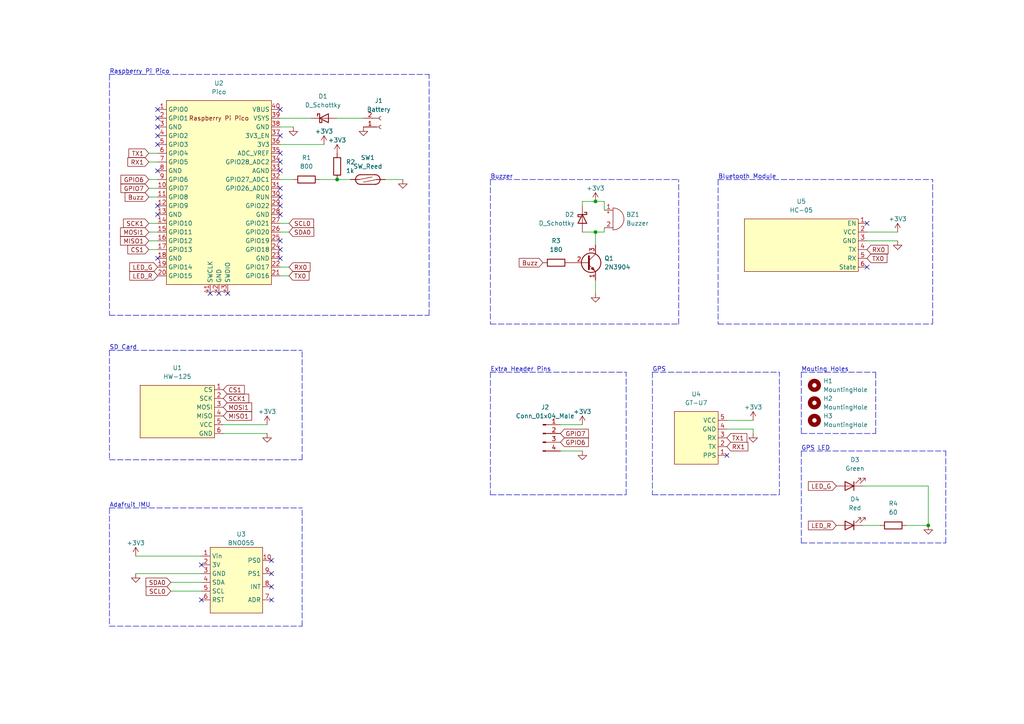
<source format=kicad_sch>
(kicad_sch (version 20211123) (generator eeschema)

  (uuid e63e39d7-6ac0-4ffd-8aa3-1841a4541b55)

  (paper "A4")

  (title_block
    (title "ECEN 4013 Project 2 Team 2")
    (date "2022-11-01")
    (rev "V1")
    (company "Dylan Gore")
  )

  (lib_symbols
    (symbol "Connector:Conn_01x02_Female" (pin_names (offset 1.016) hide) (in_bom yes) (on_board yes)
      (property "Reference" "J" (id 0) (at 0 2.54 0)
        (effects (font (size 1.27 1.27)))
      )
      (property "Value" "Conn_01x02_Female" (id 1) (at 0 -5.08 0)
        (effects (font (size 1.27 1.27)))
      )
      (property "Footprint" "" (id 2) (at 0 0 0)
        (effects (font (size 1.27 1.27)) hide)
      )
      (property "Datasheet" "~" (id 3) (at 0 0 0)
        (effects (font (size 1.27 1.27)) hide)
      )
      (property "ki_keywords" "connector" (id 4) (at 0 0 0)
        (effects (font (size 1.27 1.27)) hide)
      )
      (property "ki_description" "Generic connector, single row, 01x02, script generated (kicad-library-utils/schlib/autogen/connector/)" (id 5) (at 0 0 0)
        (effects (font (size 1.27 1.27)) hide)
      )
      (property "ki_fp_filters" "Connector*:*_1x??_*" (id 6) (at 0 0 0)
        (effects (font (size 1.27 1.27)) hide)
      )
      (symbol "Conn_01x02_Female_1_1"
        (arc (start 0 -2.032) (mid -0.508 -2.54) (end 0 -3.048)
          (stroke (width 0.1524) (type default) (color 0 0 0 0))
          (fill (type none))
        )
        (polyline
          (pts
            (xy -1.27 -2.54)
            (xy -0.508 -2.54)
          )
          (stroke (width 0.1524) (type default) (color 0 0 0 0))
          (fill (type none))
        )
        (polyline
          (pts
            (xy -1.27 0)
            (xy -0.508 0)
          )
          (stroke (width 0.1524) (type default) (color 0 0 0 0))
          (fill (type none))
        )
        (arc (start 0 0.508) (mid -0.508 0) (end 0 -0.508)
          (stroke (width 0.1524) (type default) (color 0 0 0 0))
          (fill (type none))
        )
        (pin passive line (at -5.08 0 0) (length 3.81)
          (name "Pin_1" (effects (font (size 1.27 1.27))))
          (number "1" (effects (font (size 1.27 1.27))))
        )
        (pin passive line (at -5.08 -2.54 0) (length 3.81)
          (name "Pin_2" (effects (font (size 1.27 1.27))))
          (number "2" (effects (font (size 1.27 1.27))))
        )
      )
    )
    (symbol "Connector:Conn_01x04_Male" (pin_names (offset 1.016) hide) (in_bom yes) (on_board yes)
      (property "Reference" "J" (id 0) (at 0 5.08 0)
        (effects (font (size 1.27 1.27)))
      )
      (property "Value" "Conn_01x04_Male" (id 1) (at 0 -7.62 0)
        (effects (font (size 1.27 1.27)))
      )
      (property "Footprint" "" (id 2) (at 0 0 0)
        (effects (font (size 1.27 1.27)) hide)
      )
      (property "Datasheet" "~" (id 3) (at 0 0 0)
        (effects (font (size 1.27 1.27)) hide)
      )
      (property "ki_keywords" "connector" (id 4) (at 0 0 0)
        (effects (font (size 1.27 1.27)) hide)
      )
      (property "ki_description" "Generic connector, single row, 01x04, script generated (kicad-library-utils/schlib/autogen/connector/)" (id 5) (at 0 0 0)
        (effects (font (size 1.27 1.27)) hide)
      )
      (property "ki_fp_filters" "Connector*:*_1x??_*" (id 6) (at 0 0 0)
        (effects (font (size 1.27 1.27)) hide)
      )
      (symbol "Conn_01x04_Male_1_1"
        (polyline
          (pts
            (xy 1.27 -5.08)
            (xy 0.8636 -5.08)
          )
          (stroke (width 0.1524) (type default) (color 0 0 0 0))
          (fill (type none))
        )
        (polyline
          (pts
            (xy 1.27 -2.54)
            (xy 0.8636 -2.54)
          )
          (stroke (width 0.1524) (type default) (color 0 0 0 0))
          (fill (type none))
        )
        (polyline
          (pts
            (xy 1.27 0)
            (xy 0.8636 0)
          )
          (stroke (width 0.1524) (type default) (color 0 0 0 0))
          (fill (type none))
        )
        (polyline
          (pts
            (xy 1.27 2.54)
            (xy 0.8636 2.54)
          )
          (stroke (width 0.1524) (type default) (color 0 0 0 0))
          (fill (type none))
        )
        (rectangle (start 0.8636 -4.953) (end 0 -5.207)
          (stroke (width 0.1524) (type default) (color 0 0 0 0))
          (fill (type outline))
        )
        (rectangle (start 0.8636 -2.413) (end 0 -2.667)
          (stroke (width 0.1524) (type default) (color 0 0 0 0))
          (fill (type outline))
        )
        (rectangle (start 0.8636 0.127) (end 0 -0.127)
          (stroke (width 0.1524) (type default) (color 0 0 0 0))
          (fill (type outline))
        )
        (rectangle (start 0.8636 2.667) (end 0 2.413)
          (stroke (width 0.1524) (type default) (color 0 0 0 0))
          (fill (type outline))
        )
        (pin passive line (at 5.08 2.54 180) (length 3.81)
          (name "Pin_1" (effects (font (size 1.27 1.27))))
          (number "1" (effects (font (size 1.27 1.27))))
        )
        (pin passive line (at 5.08 0 180) (length 3.81)
          (name "Pin_2" (effects (font (size 1.27 1.27))))
          (number "2" (effects (font (size 1.27 1.27))))
        )
        (pin passive line (at 5.08 -2.54 180) (length 3.81)
          (name "Pin_3" (effects (font (size 1.27 1.27))))
          (number "3" (effects (font (size 1.27 1.27))))
        )
        (pin passive line (at 5.08 -5.08 180) (length 3.81)
          (name "Pin_4" (effects (font (size 1.27 1.27))))
          (number "4" (effects (font (size 1.27 1.27))))
        )
      )
    )
    (symbol "Device:Buzzer" (pin_names (offset 0.0254) hide) (in_bom yes) (on_board yes)
      (property "Reference" "BZ" (id 0) (at 3.81 1.27 0)
        (effects (font (size 1.27 1.27)) (justify left))
      )
      (property "Value" "Buzzer" (id 1) (at 3.81 -1.27 0)
        (effects (font (size 1.27 1.27)) (justify left))
      )
      (property "Footprint" "" (id 2) (at -0.635 2.54 90)
        (effects (font (size 1.27 1.27)) hide)
      )
      (property "Datasheet" "~" (id 3) (at -0.635 2.54 90)
        (effects (font (size 1.27 1.27)) hide)
      )
      (property "ki_keywords" "quartz resonator ceramic" (id 4) (at 0 0 0)
        (effects (font (size 1.27 1.27)) hide)
      )
      (property "ki_description" "Buzzer, polarized" (id 5) (at 0 0 0)
        (effects (font (size 1.27 1.27)) hide)
      )
      (property "ki_fp_filters" "*Buzzer*" (id 6) (at 0 0 0)
        (effects (font (size 1.27 1.27)) hide)
      )
      (symbol "Buzzer_0_1"
        (arc (start 0 -3.175) (mid 3.175 0) (end 0 3.175)
          (stroke (width 0) (type default) (color 0 0 0 0))
          (fill (type none))
        )
        (polyline
          (pts
            (xy -1.651 1.905)
            (xy -1.143 1.905)
          )
          (stroke (width 0) (type default) (color 0 0 0 0))
          (fill (type none))
        )
        (polyline
          (pts
            (xy -1.397 2.159)
            (xy -1.397 1.651)
          )
          (stroke (width 0) (type default) (color 0 0 0 0))
          (fill (type none))
        )
        (polyline
          (pts
            (xy 0 3.175)
            (xy 0 -3.175)
          )
          (stroke (width 0) (type default) (color 0 0 0 0))
          (fill (type none))
        )
      )
      (symbol "Buzzer_1_1"
        (pin passive line (at -2.54 2.54 0) (length 2.54)
          (name "-" (effects (font (size 1.27 1.27))))
          (number "1" (effects (font (size 1.27 1.27))))
        )
        (pin passive line (at -2.54 -2.54 0) (length 2.54)
          (name "+" (effects (font (size 1.27 1.27))))
          (number "2" (effects (font (size 1.27 1.27))))
        )
      )
    )
    (symbol "Device:D_Schottky" (pin_numbers hide) (pin_names (offset 1.016) hide) (in_bom yes) (on_board yes)
      (property "Reference" "D" (id 0) (at 0 2.54 0)
        (effects (font (size 1.27 1.27)))
      )
      (property "Value" "D_Schottky" (id 1) (at 0 -2.54 0)
        (effects (font (size 1.27 1.27)))
      )
      (property "Footprint" "" (id 2) (at 0 0 0)
        (effects (font (size 1.27 1.27)) hide)
      )
      (property "Datasheet" "~" (id 3) (at 0 0 0)
        (effects (font (size 1.27 1.27)) hide)
      )
      (property "ki_keywords" "diode Schottky" (id 4) (at 0 0 0)
        (effects (font (size 1.27 1.27)) hide)
      )
      (property "ki_description" "Schottky diode" (id 5) (at 0 0 0)
        (effects (font (size 1.27 1.27)) hide)
      )
      (property "ki_fp_filters" "TO-???* *_Diode_* *SingleDiode* D_*" (id 6) (at 0 0 0)
        (effects (font (size 1.27 1.27)) hide)
      )
      (symbol "D_Schottky_0_1"
        (polyline
          (pts
            (xy 1.27 0)
            (xy -1.27 0)
          )
          (stroke (width 0) (type default) (color 0 0 0 0))
          (fill (type none))
        )
        (polyline
          (pts
            (xy 1.27 1.27)
            (xy 1.27 -1.27)
            (xy -1.27 0)
            (xy 1.27 1.27)
          )
          (stroke (width 0.254) (type default) (color 0 0 0 0))
          (fill (type none))
        )
        (polyline
          (pts
            (xy -1.905 0.635)
            (xy -1.905 1.27)
            (xy -1.27 1.27)
            (xy -1.27 -1.27)
            (xy -0.635 -1.27)
            (xy -0.635 -0.635)
          )
          (stroke (width 0.254) (type default) (color 0 0 0 0))
          (fill (type none))
        )
      )
      (symbol "D_Schottky_1_1"
        (pin passive line (at -3.81 0 0) (length 2.54)
          (name "K" (effects (font (size 1.27 1.27))))
          (number "1" (effects (font (size 1.27 1.27))))
        )
        (pin passive line (at 3.81 0 180) (length 2.54)
          (name "A" (effects (font (size 1.27 1.27))))
          (number "2" (effects (font (size 1.27 1.27))))
        )
      )
    )
    (symbol "Device:LED" (pin_numbers hide) (pin_names (offset 1.016) hide) (in_bom yes) (on_board yes)
      (property "Reference" "D" (id 0) (at 0 2.54 0)
        (effects (font (size 1.27 1.27)))
      )
      (property "Value" "LED" (id 1) (at 0 -2.54 0)
        (effects (font (size 1.27 1.27)))
      )
      (property "Footprint" "" (id 2) (at 0 0 0)
        (effects (font (size 1.27 1.27)) hide)
      )
      (property "Datasheet" "~" (id 3) (at 0 0 0)
        (effects (font (size 1.27 1.27)) hide)
      )
      (property "ki_keywords" "LED diode" (id 4) (at 0 0 0)
        (effects (font (size 1.27 1.27)) hide)
      )
      (property "ki_description" "Light emitting diode" (id 5) (at 0 0 0)
        (effects (font (size 1.27 1.27)) hide)
      )
      (property "ki_fp_filters" "LED* LED_SMD:* LED_THT:*" (id 6) (at 0 0 0)
        (effects (font (size 1.27 1.27)) hide)
      )
      (symbol "LED_0_1"
        (polyline
          (pts
            (xy -1.27 -1.27)
            (xy -1.27 1.27)
          )
          (stroke (width 0.254) (type default) (color 0 0 0 0))
          (fill (type none))
        )
        (polyline
          (pts
            (xy -1.27 0)
            (xy 1.27 0)
          )
          (stroke (width 0) (type default) (color 0 0 0 0))
          (fill (type none))
        )
        (polyline
          (pts
            (xy 1.27 -1.27)
            (xy 1.27 1.27)
            (xy -1.27 0)
            (xy 1.27 -1.27)
          )
          (stroke (width 0.254) (type default) (color 0 0 0 0))
          (fill (type none))
        )
        (polyline
          (pts
            (xy -3.048 -0.762)
            (xy -4.572 -2.286)
            (xy -3.81 -2.286)
            (xy -4.572 -2.286)
            (xy -4.572 -1.524)
          )
          (stroke (width 0) (type default) (color 0 0 0 0))
          (fill (type none))
        )
        (polyline
          (pts
            (xy -1.778 -0.762)
            (xy -3.302 -2.286)
            (xy -2.54 -2.286)
            (xy -3.302 -2.286)
            (xy -3.302 -1.524)
          )
          (stroke (width 0) (type default) (color 0 0 0 0))
          (fill (type none))
        )
      )
      (symbol "LED_1_1"
        (pin passive line (at -3.81 0 0) (length 2.54)
          (name "K" (effects (font (size 1.27 1.27))))
          (number "1" (effects (font (size 1.27 1.27))))
        )
        (pin passive line (at 3.81 0 180) (length 2.54)
          (name "A" (effects (font (size 1.27 1.27))))
          (number "2" (effects (font (size 1.27 1.27))))
        )
      )
    )
    (symbol "Device:R" (pin_numbers hide) (pin_names (offset 0)) (in_bom yes) (on_board yes)
      (property "Reference" "R" (id 0) (at 2.032 0 90)
        (effects (font (size 1.27 1.27)))
      )
      (property "Value" "R" (id 1) (at 0 0 90)
        (effects (font (size 1.27 1.27)))
      )
      (property "Footprint" "" (id 2) (at -1.778 0 90)
        (effects (font (size 1.27 1.27)) hide)
      )
      (property "Datasheet" "~" (id 3) (at 0 0 0)
        (effects (font (size 1.27 1.27)) hide)
      )
      (property "ki_keywords" "R res resistor" (id 4) (at 0 0 0)
        (effects (font (size 1.27 1.27)) hide)
      )
      (property "ki_description" "Resistor" (id 5) (at 0 0 0)
        (effects (font (size 1.27 1.27)) hide)
      )
      (property "ki_fp_filters" "R_*" (id 6) (at 0 0 0)
        (effects (font (size 1.27 1.27)) hide)
      )
      (symbol "R_0_1"
        (rectangle (start -1.016 -2.54) (end 1.016 2.54)
          (stroke (width 0.254) (type default) (color 0 0 0 0))
          (fill (type none))
        )
      )
      (symbol "R_1_1"
        (pin passive line (at 0 3.81 270) (length 1.27)
          (name "~" (effects (font (size 1.27 1.27))))
          (number "1" (effects (font (size 1.27 1.27))))
        )
        (pin passive line (at 0 -3.81 90) (length 1.27)
          (name "~" (effects (font (size 1.27 1.27))))
          (number "2" (effects (font (size 1.27 1.27))))
        )
      )
    )
    (symbol "MCU_RaspberryPi_and_Boards:BNO055" (in_bom yes) (on_board yes)
      (property "Reference" "U?" (id 0) (at 0 12.7 0)
        (effects (font (size 1.27 1.27)) (justify left))
      )
      (property "Value" "BNO055" (id 1) (at -2.54 10.16 0)
        (effects (font (size 1.27 1.27)) (justify left))
      )
      (property "Footprint" "" (id 2) (at 0 11.43 0)
        (effects (font (size 1.27 1.27)) hide)
      )
      (property "Datasheet" "" (id 3) (at 0 11.43 0)
        (effects (font (size 1.27 1.27)) hide)
      )
      (symbol "BNO055_0_1"
        (rectangle (start -7.62 8.89) (end 7.62 -10.16)
          (stroke (width 0) (type default) (color 0 0 0 0))
          (fill (type background))
        )
      )
      (symbol "BNO055_1_1"
        (pin input line (at -10.16 6.35 0) (length 2.54)
          (name "Vin" (effects (font (size 1.27 1.27))))
          (number "1" (effects (font (size 1.27 1.27))))
        )
        (pin input line (at 10.16 5.08 180) (length 2.54)
          (name "PS0" (effects (font (size 1.27 1.27))))
          (number "10" (effects (font (size 1.27 1.27))))
        )
        (pin input line (at -10.16 3.81 0) (length 2.54)
          (name "3V" (effects (font (size 1.27 1.27))))
          (number "2" (effects (font (size 1.27 1.27))))
        )
        (pin input line (at -10.16 1.27 0) (length 2.54)
          (name "GND" (effects (font (size 1.27 1.27))))
          (number "3" (effects (font (size 1.27 1.27))))
        )
        (pin input line (at -10.16 -1.27 0) (length 2.54)
          (name "SDA" (effects (font (size 1.27 1.27))))
          (number "4" (effects (font (size 1.27 1.27))))
        )
        (pin input line (at -10.16 -3.81 0) (length 2.54)
          (name "SCL" (effects (font (size 1.27 1.27))))
          (number "5" (effects (font (size 1.27 1.27))))
        )
        (pin input line (at -10.16 -6.35 0) (length 2.54)
          (name "RST" (effects (font (size 1.27 1.27))))
          (number "6" (effects (font (size 1.27 1.27))))
        )
        (pin input line (at 10.16 -6.35 180) (length 2.54)
          (name "ADR" (effects (font (size 1.27 1.27))))
          (number "7" (effects (font (size 1.27 1.27))))
        )
        (pin input line (at 10.16 -2.54 180) (length 2.54)
          (name "INT" (effects (font (size 1.27 1.27))))
          (number "8" (effects (font (size 1.27 1.27))))
        )
        (pin input line (at 10.16 1.27 180) (length 2.54)
          (name "PS1" (effects (font (size 1.27 1.27))))
          (number "9" (effects (font (size 1.27 1.27))))
        )
      )
    )
    (symbol "MCU_RaspberryPi_and_Boards:GT-U7" (in_bom yes) (on_board yes)
      (property "Reference" "U?" (id 0) (at 8.89 1.2701 0)
        (effects (font (size 1.27 1.27)) (justify left))
      )
      (property "Value" "GT-U7" (id 1) (at 8.89 -1.2699 0)
        (effects (font (size 1.27 1.27)) (justify left))
      )
      (property "Footprint" "" (id 2) (at -1.27 8.89 0)
        (effects (font (size 1.27 1.27)) hide)
      )
      (property "Datasheet" "" (id 3) (at -1.27 8.89 0)
        (effects (font (size 1.27 1.27)) hide)
      )
      (symbol "GT-U7_0_1"
        (rectangle (start -7.62 6.35) (end 7.62 -6.35)
          (stroke (width 0) (type default) (color 0 0 0 0))
          (fill (type background))
        )
      )
      (symbol "GT-U7_1_1"
        (pin input line (at -5.08 -8.89 90) (length 2.54)
          (name "PPS" (effects (font (size 1.27 1.27))))
          (number "1" (effects (font (size 1.27 1.27))))
        )
        (pin input line (at -2.54 -8.89 90) (length 2.54)
          (name "TX" (effects (font (size 1.27 1.27))))
          (number "2" (effects (font (size 1.27 1.27))))
        )
        (pin input line (at 0 -8.89 90) (length 2.54)
          (name "RX" (effects (font (size 1.27 1.27))))
          (number "3" (effects (font (size 1.27 1.27))))
        )
        (pin input line (at 2.54 -8.89 90) (length 2.54)
          (name "GND" (effects (font (size 1.27 1.27))))
          (number "4" (effects (font (size 1.27 1.27))))
        )
        (pin input line (at 5.08 -8.89 90) (length 2.54)
          (name "VCC" (effects (font (size 1.27 1.27))))
          (number "5" (effects (font (size 1.27 1.27))))
        )
      )
    )
    (symbol "MCU_RaspberryPi_and_Boards:HC-05" (in_bom yes) (on_board yes)
      (property "Reference" "U" (id 0) (at 0 11.43 0)
        (effects (font (size 1.27 1.27)))
      )
      (property "Value" "HC-05" (id 1) (at 0 8.89 0)
        (effects (font (size 1.27 1.27)))
      )
      (property "Footprint" "" (id 2) (at -2.54 10.16 0)
        (effects (font (size 1.27 1.27)) hide)
      )
      (property "Datasheet" "" (id 3) (at -2.54 10.16 0)
        (effects (font (size 1.27 1.27)) hide)
      )
      (symbol "HC-05_0_1"
        (rectangle (start -16.51 7.62) (end 16.51 -7.62)
          (stroke (width 0) (type default) (color 0 0 0 0))
          (fill (type background))
        )
      )
      (symbol "HC-05_1_1"
        (pin input line (at 19.05 6.35 180) (length 2.54)
          (name "EN" (effects (font (size 1.27 1.27))))
          (number "1" (effects (font (size 1.27 1.27))))
        )
        (pin input line (at 19.05 3.81 180) (length 2.54)
          (name "VCC" (effects (font (size 1.27 1.27))))
          (number "2" (effects (font (size 1.27 1.27))))
        )
        (pin input line (at 19.05 1.27 180) (length 2.54)
          (name "GND" (effects (font (size 1.27 1.27))))
          (number "3" (effects (font (size 1.27 1.27))))
        )
        (pin input line (at 19.05 -1.27 180) (length 2.54)
          (name "TX" (effects (font (size 1.27 1.27))))
          (number "4" (effects (font (size 1.27 1.27))))
        )
        (pin input line (at 19.05 -3.81 180) (length 2.54)
          (name "RX" (effects (font (size 1.27 1.27))))
          (number "5" (effects (font (size 1.27 1.27))))
        )
        (pin input line (at 19.05 -6.35 180) (length 2.54)
          (name "State" (effects (font (size 1.27 1.27))))
          (number "6" (effects (font (size 1.27 1.27))))
        )
      )
    )
    (symbol "MCU_RaspberryPi_and_Boards:HW-125" (in_bom yes) (on_board yes)
      (property "Reference" "U" (id 0) (at 0 2.54 0)
        (effects (font (size 1.27 1.27)))
      )
      (property "Value" "HW-125" (id 1) (at 0 0 0)
        (effects (font (size 1.27 1.27)))
      )
      (property "Footprint" "" (id 2) (at 0 0 0)
        (effects (font (size 1.27 1.27)) hide)
      )
      (property "Datasheet" "" (id 3) (at 0 0 0)
        (effects (font (size 1.27 1.27)) hide)
      )
      (symbol "HW-125_0_1"
        (rectangle (start 10.16 -1.27) (end -11.43 -16.51)
          (stroke (width 0) (type default) (color 0 0 0 0))
          (fill (type background))
        )
      )
      (symbol "HW-125_1_1"
        (pin input line (at 12.7 -2.54 180) (length 2.54)
          (name "CS" (effects (font (size 1.27 1.27))))
          (number "1" (effects (font (size 1.27 1.27))))
        )
        (pin input line (at 12.7 -5.08 180) (length 2.54)
          (name "SCK" (effects (font (size 1.27 1.27))))
          (number "2" (effects (font (size 1.27 1.27))))
        )
        (pin input line (at 12.7 -7.62 180) (length 2.54)
          (name "MOSI" (effects (font (size 1.27 1.27))))
          (number "3" (effects (font (size 1.27 1.27))))
        )
        (pin input line (at 12.7 -10.16 180) (length 2.54)
          (name "MISO" (effects (font (size 1.27 1.27))))
          (number "4" (effects (font (size 1.27 1.27))))
        )
        (pin input line (at 12.7 -12.7 180) (length 2.54)
          (name "VCC" (effects (font (size 1.27 1.27))))
          (number "5" (effects (font (size 1.27 1.27))))
        )
        (pin input line (at 12.7 -15.24 180) (length 2.54)
          (name "GND" (effects (font (size 1.27 1.27))))
          (number "6" (effects (font (size 1.27 1.27))))
        )
      )
    )
    (symbol "MCU_RaspberryPi_and_Boards:Pico" (in_bom yes) (on_board yes)
      (property "Reference" "U" (id 0) (at -13.97 27.94 0)
        (effects (font (size 1.27 1.27)))
      )
      (property "Value" "Pico" (id 1) (at 0 19.05 0)
        (effects (font (size 1.27 1.27)))
      )
      (property "Footprint" "RPi_Pico:RPi_Pico_SMD_TH" (id 2) (at 0 0 90)
        (effects (font (size 1.27 1.27)) hide)
      )
      (property "Datasheet" "" (id 3) (at 0 0 0)
        (effects (font (size 1.27 1.27)) hide)
      )
      (symbol "Pico_0_0"
        (text "Raspberry Pi Pico" (at 0 21.59 0)
          (effects (font (size 1.27 1.27)))
        )
      )
      (symbol "Pico_0_1"
        (rectangle (start -15.24 26.67) (end 15.24 -26.67)
          (stroke (width 0) (type default) (color 0 0 0 0))
          (fill (type background))
        )
      )
      (symbol "Pico_1_1"
        (pin bidirectional line (at -17.78 24.13 0) (length 2.54)
          (name "GPIO0" (effects (font (size 1.27 1.27))))
          (number "1" (effects (font (size 1.27 1.27))))
        )
        (pin bidirectional line (at -17.78 1.27 0) (length 2.54)
          (name "GPIO7" (effects (font (size 1.27 1.27))))
          (number "10" (effects (font (size 1.27 1.27))))
        )
        (pin bidirectional line (at -17.78 -1.27 0) (length 2.54)
          (name "GPIO8" (effects (font (size 1.27 1.27))))
          (number "11" (effects (font (size 1.27 1.27))))
        )
        (pin bidirectional line (at -17.78 -3.81 0) (length 2.54)
          (name "GPIO9" (effects (font (size 1.27 1.27))))
          (number "12" (effects (font (size 1.27 1.27))))
        )
        (pin power_in line (at -17.78 -6.35 0) (length 2.54)
          (name "GND" (effects (font (size 1.27 1.27))))
          (number "13" (effects (font (size 1.27 1.27))))
        )
        (pin bidirectional line (at -17.78 -8.89 0) (length 2.54)
          (name "GPIO10" (effects (font (size 1.27 1.27))))
          (number "14" (effects (font (size 1.27 1.27))))
        )
        (pin bidirectional line (at -17.78 -11.43 0) (length 2.54)
          (name "GPIO11" (effects (font (size 1.27 1.27))))
          (number "15" (effects (font (size 1.27 1.27))))
        )
        (pin bidirectional line (at -17.78 -13.97 0) (length 2.54)
          (name "GPIO12" (effects (font (size 1.27 1.27))))
          (number "16" (effects (font (size 1.27 1.27))))
        )
        (pin bidirectional line (at -17.78 -16.51 0) (length 2.54)
          (name "GPIO13" (effects (font (size 1.27 1.27))))
          (number "17" (effects (font (size 1.27 1.27))))
        )
        (pin power_in line (at -17.78 -19.05 0) (length 2.54)
          (name "GND" (effects (font (size 1.27 1.27))))
          (number "18" (effects (font (size 1.27 1.27))))
        )
        (pin bidirectional line (at -17.78 -21.59 0) (length 2.54)
          (name "GPIO14" (effects (font (size 1.27 1.27))))
          (number "19" (effects (font (size 1.27 1.27))))
        )
        (pin bidirectional line (at -17.78 21.59 0) (length 2.54)
          (name "GPIO1" (effects (font (size 1.27 1.27))))
          (number "2" (effects (font (size 1.27 1.27))))
        )
        (pin bidirectional line (at -17.78 -24.13 0) (length 2.54)
          (name "GPIO15" (effects (font (size 1.27 1.27))))
          (number "20" (effects (font (size 1.27 1.27))))
        )
        (pin bidirectional line (at 17.78 -24.13 180) (length 2.54)
          (name "GPIO16" (effects (font (size 1.27 1.27))))
          (number "21" (effects (font (size 1.27 1.27))))
        )
        (pin bidirectional line (at 17.78 -21.59 180) (length 2.54)
          (name "GPIO17" (effects (font (size 1.27 1.27))))
          (number "22" (effects (font (size 1.27 1.27))))
        )
        (pin power_in line (at 17.78 -19.05 180) (length 2.54)
          (name "GND" (effects (font (size 1.27 1.27))))
          (number "23" (effects (font (size 1.27 1.27))))
        )
        (pin bidirectional line (at 17.78 -16.51 180) (length 2.54)
          (name "GPIO18" (effects (font (size 1.27 1.27))))
          (number "24" (effects (font (size 1.27 1.27))))
        )
        (pin bidirectional line (at 17.78 -13.97 180) (length 2.54)
          (name "GPIO19" (effects (font (size 1.27 1.27))))
          (number "25" (effects (font (size 1.27 1.27))))
        )
        (pin bidirectional line (at 17.78 -11.43 180) (length 2.54)
          (name "GPIO20" (effects (font (size 1.27 1.27))))
          (number "26" (effects (font (size 1.27 1.27))))
        )
        (pin bidirectional line (at 17.78 -8.89 180) (length 2.54)
          (name "GPIO21" (effects (font (size 1.27 1.27))))
          (number "27" (effects (font (size 1.27 1.27))))
        )
        (pin power_in line (at 17.78 -6.35 180) (length 2.54)
          (name "GND" (effects (font (size 1.27 1.27))))
          (number "28" (effects (font (size 1.27 1.27))))
        )
        (pin bidirectional line (at 17.78 -3.81 180) (length 2.54)
          (name "GPIO22" (effects (font (size 1.27 1.27))))
          (number "29" (effects (font (size 1.27 1.27))))
        )
        (pin power_in line (at -17.78 19.05 0) (length 2.54)
          (name "GND" (effects (font (size 1.27 1.27))))
          (number "3" (effects (font (size 1.27 1.27))))
        )
        (pin input line (at 17.78 -1.27 180) (length 2.54)
          (name "RUN" (effects (font (size 1.27 1.27))))
          (number "30" (effects (font (size 1.27 1.27))))
        )
        (pin bidirectional line (at 17.78 1.27 180) (length 2.54)
          (name "GPIO26_ADC0" (effects (font (size 1.27 1.27))))
          (number "31" (effects (font (size 1.27 1.27))))
        )
        (pin bidirectional line (at 17.78 3.81 180) (length 2.54)
          (name "GPIO27_ADC1" (effects (font (size 1.27 1.27))))
          (number "32" (effects (font (size 1.27 1.27))))
        )
        (pin power_in line (at 17.78 6.35 180) (length 2.54)
          (name "AGND" (effects (font (size 1.27 1.27))))
          (number "33" (effects (font (size 1.27 1.27))))
        )
        (pin bidirectional line (at 17.78 8.89 180) (length 2.54)
          (name "GPIO28_ADC2" (effects (font (size 1.27 1.27))))
          (number "34" (effects (font (size 1.27 1.27))))
        )
        (pin power_in line (at 17.78 11.43 180) (length 2.54)
          (name "ADC_VREF" (effects (font (size 1.27 1.27))))
          (number "35" (effects (font (size 1.27 1.27))))
        )
        (pin power_in line (at 17.78 13.97 180) (length 2.54)
          (name "3V3" (effects (font (size 1.27 1.27))))
          (number "36" (effects (font (size 1.27 1.27))))
        )
        (pin input line (at 17.78 16.51 180) (length 2.54)
          (name "3V3_EN" (effects (font (size 1.27 1.27))))
          (number "37" (effects (font (size 1.27 1.27))))
        )
        (pin bidirectional line (at 17.78 19.05 180) (length 2.54)
          (name "GND" (effects (font (size 1.27 1.27))))
          (number "38" (effects (font (size 1.27 1.27))))
        )
        (pin power_in line (at 17.78 21.59 180) (length 2.54)
          (name "VSYS" (effects (font (size 1.27 1.27))))
          (number "39" (effects (font (size 1.27 1.27))))
        )
        (pin bidirectional line (at -17.78 16.51 0) (length 2.54)
          (name "GPIO2" (effects (font (size 1.27 1.27))))
          (number "4" (effects (font (size 1.27 1.27))))
        )
        (pin power_in line (at 17.78 24.13 180) (length 2.54)
          (name "VBUS" (effects (font (size 1.27 1.27))))
          (number "40" (effects (font (size 1.27 1.27))))
        )
        (pin input line (at -2.54 -29.21 90) (length 2.54)
          (name "SWCLK" (effects (font (size 1.27 1.27))))
          (number "41" (effects (font (size 1.27 1.27))))
        )
        (pin power_in line (at 0 -29.21 90) (length 2.54)
          (name "GND" (effects (font (size 1.27 1.27))))
          (number "42" (effects (font (size 1.27 1.27))))
        )
        (pin bidirectional line (at 2.54 -29.21 90) (length 2.54)
          (name "SWDIO" (effects (font (size 1.27 1.27))))
          (number "43" (effects (font (size 1.27 1.27))))
        )
        (pin bidirectional line (at -17.78 13.97 0) (length 2.54)
          (name "GPIO3" (effects (font (size 1.27 1.27))))
          (number "5" (effects (font (size 1.27 1.27))))
        )
        (pin bidirectional line (at -17.78 11.43 0) (length 2.54)
          (name "GPIO4" (effects (font (size 1.27 1.27))))
          (number "6" (effects (font (size 1.27 1.27))))
        )
        (pin bidirectional line (at -17.78 8.89 0) (length 2.54)
          (name "GPIO5" (effects (font (size 1.27 1.27))))
          (number "7" (effects (font (size 1.27 1.27))))
        )
        (pin power_in line (at -17.78 6.35 0) (length 2.54)
          (name "GND" (effects (font (size 1.27 1.27))))
          (number "8" (effects (font (size 1.27 1.27))))
        )
        (pin bidirectional line (at -17.78 3.81 0) (length 2.54)
          (name "GPIO6" (effects (font (size 1.27 1.27))))
          (number "9" (effects (font (size 1.27 1.27))))
        )
      )
    )
    (symbol "Mechanical:MountingHole" (pin_names (offset 1.016)) (in_bom yes) (on_board yes)
      (property "Reference" "H" (id 0) (at 0 5.08 0)
        (effects (font (size 1.27 1.27)))
      )
      (property "Value" "MountingHole" (id 1) (at 0 3.175 0)
        (effects (font (size 1.27 1.27)))
      )
      (property "Footprint" "" (id 2) (at 0 0 0)
        (effects (font (size 1.27 1.27)) hide)
      )
      (property "Datasheet" "~" (id 3) (at 0 0 0)
        (effects (font (size 1.27 1.27)) hide)
      )
      (property "ki_keywords" "mounting hole" (id 4) (at 0 0 0)
        (effects (font (size 1.27 1.27)) hide)
      )
      (property "ki_description" "Mounting Hole without connection" (id 5) (at 0 0 0)
        (effects (font (size 1.27 1.27)) hide)
      )
      (property "ki_fp_filters" "MountingHole*" (id 6) (at 0 0 0)
        (effects (font (size 1.27 1.27)) hide)
      )
      (symbol "MountingHole_0_1"
        (circle (center 0 0) (radius 1.27)
          (stroke (width 1.27) (type default) (color 0 0 0 0))
          (fill (type none))
        )
      )
    )
    (symbol "Switch:SW_Reed" (pin_numbers hide) (pin_names (offset 0) hide) (in_bom yes) (on_board yes)
      (property "Reference" "SW" (id 0) (at 0 2.54 0)
        (effects (font (size 1.27 1.27)))
      )
      (property "Value" "SW_Reed" (id 1) (at 0 -2.54 0)
        (effects (font (size 1.27 1.27)))
      )
      (property "Footprint" "" (id 2) (at 0 0 0)
        (effects (font (size 1.27 1.27)) hide)
      )
      (property "Datasheet" "~" (id 3) (at 0 0 0)
        (effects (font (size 1.27 1.27)) hide)
      )
      (property "ki_keywords" "reed magnetic switch" (id 4) (at 0 0 0)
        (effects (font (size 1.27 1.27)) hide)
      )
      (property "ki_description" "reed switch" (id 5) (at 0 0 0)
        (effects (font (size 1.27 1.27)) hide)
      )
      (symbol "SW_Reed_0_0"
        (arc (start -2.159 1.397) (mid -3.556 0) (end -2.159 -1.397)
          (stroke (width 0.254) (type default) (color 0 0 0 0))
          (fill (type none))
        )
        (polyline
          (pts
            (xy -2.54 0)
            (xy 1.27 0.762)
          )
          (stroke (width 0) (type default) (color 0 0 0 0))
          (fill (type none))
        )
        (polyline
          (pts
            (xy -2.159 -1.397)
            (xy 2.286 -1.397)
          )
          (stroke (width 0.254) (type default) (color 0 0 0 0))
          (fill (type none))
        )
        (polyline
          (pts
            (xy 2.159 1.397)
            (xy -2.159 1.397)
          )
          (stroke (width 0.254) (type default) (color 0 0 0 0))
          (fill (type none))
        )
        (polyline
          (pts
            (xy 2.54 0)
            (xy -1.27 -0.762)
          )
          (stroke (width 0) (type default) (color 0 0 0 0))
          (fill (type none))
        )
        (arc (start 2.159 -1.397) (mid 3.556 0) (end 2.159 1.397)
          (stroke (width 0.254) (type default) (color 0 0 0 0))
          (fill (type none))
        )
      )
      (symbol "SW_Reed_1_1"
        (pin passive line (at -5.08 0 0) (length 2.54)
          (name "1" (effects (font (size 1.27 1.27))))
          (number "1" (effects (font (size 1.27 1.27))))
        )
        (pin passive line (at 5.08 0 180) (length 2.54)
          (name "2" (effects (font (size 1.27 1.27))))
          (number "2" (effects (font (size 1.27 1.27))))
        )
      )
    )
    (symbol "Transistor_BJT:2N3904" (pin_names (offset 0) hide) (in_bom yes) (on_board yes)
      (property "Reference" "Q" (id 0) (at 5.08 1.905 0)
        (effects (font (size 1.27 1.27)) (justify left))
      )
      (property "Value" "2N3904" (id 1) (at 5.08 0 0)
        (effects (font (size 1.27 1.27)) (justify left))
      )
      (property "Footprint" "Package_TO_SOT_THT:TO-92_Inline" (id 2) (at 5.08 -1.905 0)
        (effects (font (size 1.27 1.27) italic) (justify left) hide)
      )
      (property "Datasheet" "https://www.onsemi.com/pub/Collateral/2N3903-D.PDF" (id 3) (at 0 0 0)
        (effects (font (size 1.27 1.27)) (justify left) hide)
      )
      (property "ki_keywords" "NPN Transistor" (id 4) (at 0 0 0)
        (effects (font (size 1.27 1.27)) hide)
      )
      (property "ki_description" "0.2A Ic, 40V Vce, Small Signal NPN Transistor, TO-92" (id 5) (at 0 0 0)
        (effects (font (size 1.27 1.27)) hide)
      )
      (property "ki_fp_filters" "TO?92*" (id 6) (at 0 0 0)
        (effects (font (size 1.27 1.27)) hide)
      )
      (symbol "2N3904_0_1"
        (polyline
          (pts
            (xy 0.635 0.635)
            (xy 2.54 2.54)
          )
          (stroke (width 0) (type default) (color 0 0 0 0))
          (fill (type none))
        )
        (polyline
          (pts
            (xy 0.635 -0.635)
            (xy 2.54 -2.54)
            (xy 2.54 -2.54)
          )
          (stroke (width 0) (type default) (color 0 0 0 0))
          (fill (type none))
        )
        (polyline
          (pts
            (xy 0.635 1.905)
            (xy 0.635 -1.905)
            (xy 0.635 -1.905)
          )
          (stroke (width 0.508) (type default) (color 0 0 0 0))
          (fill (type none))
        )
        (polyline
          (pts
            (xy 1.27 -1.778)
            (xy 1.778 -1.27)
            (xy 2.286 -2.286)
            (xy 1.27 -1.778)
            (xy 1.27 -1.778)
          )
          (stroke (width 0) (type default) (color 0 0 0 0))
          (fill (type outline))
        )
        (circle (center 1.27 0) (radius 2.8194)
          (stroke (width 0.254) (type default) (color 0 0 0 0))
          (fill (type none))
        )
      )
      (symbol "2N3904_1_1"
        (pin passive line (at 2.54 -5.08 90) (length 2.54)
          (name "E" (effects (font (size 1.27 1.27))))
          (number "1" (effects (font (size 1.27 1.27))))
        )
        (pin passive line (at -5.08 0 0) (length 5.715)
          (name "B" (effects (font (size 1.27 1.27))))
          (number "2" (effects (font (size 1.27 1.27))))
        )
        (pin passive line (at 2.54 5.08 270) (length 2.54)
          (name "C" (effects (font (size 1.27 1.27))))
          (number "3" (effects (font (size 1.27 1.27))))
        )
      )
    )
    (symbol "power:+3.3V" (power) (pin_names (offset 0)) (in_bom yes) (on_board yes)
      (property "Reference" "#PWR" (id 0) (at 0 -3.81 0)
        (effects (font (size 1.27 1.27)) hide)
      )
      (property "Value" "+3.3V" (id 1) (at 0 3.556 0)
        (effects (font (size 1.27 1.27)))
      )
      (property "Footprint" "" (id 2) (at 0 0 0)
        (effects (font (size 1.27 1.27)) hide)
      )
      (property "Datasheet" "" (id 3) (at 0 0 0)
        (effects (font (size 1.27 1.27)) hide)
      )
      (property "ki_keywords" "power-flag" (id 4) (at 0 0 0)
        (effects (font (size 1.27 1.27)) hide)
      )
      (property "ki_description" "Power symbol creates a global label with name \"+3.3V\"" (id 5) (at 0 0 0)
        (effects (font (size 1.27 1.27)) hide)
      )
      (symbol "+3.3V_0_1"
        (polyline
          (pts
            (xy -0.762 1.27)
            (xy 0 2.54)
          )
          (stroke (width 0) (type default) (color 0 0 0 0))
          (fill (type none))
        )
        (polyline
          (pts
            (xy 0 0)
            (xy 0 2.54)
          )
          (stroke (width 0) (type default) (color 0 0 0 0))
          (fill (type none))
        )
        (polyline
          (pts
            (xy 0 2.54)
            (xy 0.762 1.27)
          )
          (stroke (width 0) (type default) (color 0 0 0 0))
          (fill (type none))
        )
      )
      (symbol "+3.3V_1_1"
        (pin power_in line (at 0 0 90) (length 0) hide
          (name "+3V3" (effects (font (size 1.27 1.27))))
          (number "1" (effects (font (size 1.27 1.27))))
        )
      )
    )
    (symbol "power:GND" (power) (pin_names (offset 0)) (in_bom yes) (on_board yes)
      (property "Reference" "#PWR" (id 0) (at 0 -6.35 0)
        (effects (font (size 1.27 1.27)) hide)
      )
      (property "Value" "GND" (id 1) (at 0 -3.81 0)
        (effects (font (size 1.27 1.27)))
      )
      (property "Footprint" "" (id 2) (at 0 0 0)
        (effects (font (size 1.27 1.27)) hide)
      )
      (property "Datasheet" "" (id 3) (at 0 0 0)
        (effects (font (size 1.27 1.27)) hide)
      )
      (property "ki_keywords" "power-flag" (id 4) (at 0 0 0)
        (effects (font (size 1.27 1.27)) hide)
      )
      (property "ki_description" "Power symbol creates a global label with name \"GND\" , ground" (id 5) (at 0 0 0)
        (effects (font (size 1.27 1.27)) hide)
      )
      (symbol "GND_0_1"
        (polyline
          (pts
            (xy 0 0)
            (xy 0 -1.27)
            (xy 1.27 -1.27)
            (xy 0 -2.54)
            (xy -1.27 -1.27)
            (xy 0 -1.27)
          )
          (stroke (width 0) (type default) (color 0 0 0 0))
          (fill (type none))
        )
      )
      (symbol "GND_1_1"
        (pin power_in line (at 0 0 270) (length 0) hide
          (name "GND" (effects (font (size 1.27 1.27))))
          (number "1" (effects (font (size 1.27 1.27))))
        )
      )
    )
  )

  (junction (at 269.24 152.4) (diameter 0) (color 0 0 0 0)
    (uuid 7384c59f-6512-4494-ab24-c5b4f0fb6efe)
  )
  (junction (at 172.72 67.31) (diameter 0) (color 0 0 0 0)
    (uuid 96e85d5e-c875-45d7-91a3-66ebec86c3a9)
  )
  (junction (at 172.72 58.42) (diameter 0) (color 0 0 0 0)
    (uuid 9b2209a0-42ee-476f-8ab5-c933ff5c9fd4)
  )
  (junction (at 97.79 52.07) (diameter 0) (color 0 0 0 0)
    (uuid 9bc1e6d4-b100-47b9-ae9f-f9442e69ceee)
  )

  (no_connect (at 251.46 77.47) (uuid 162f9670-424c-43cd-9ce8-c15f5b63dd26))
  (no_connect (at 251.46 64.77) (uuid 162f9670-424c-43cd-9ce8-c15f5b63dd27))
  (no_connect (at 58.42 163.83) (uuid 519a5bb2-e5eb-4216-a4aa-29231f689c74))
  (no_connect (at 210.82 132.08) (uuid 8a507466-395d-4c6d-8f9c-30e3d0cf3e1e))
  (no_connect (at 58.42 173.99) (uuid 8a526725-1fa4-4df5-bf9a-244560e3d341))
  (no_connect (at 78.74 166.37) (uuid 8a526725-1fa4-4df5-bf9a-244560e3d342))
  (no_connect (at 78.74 170.18) (uuid 8a526725-1fa4-4df5-bf9a-244560e3d343))
  (no_connect (at 78.74 173.99) (uuid 8a526725-1fa4-4df5-bf9a-244560e3d344))
  (no_connect (at 78.74 162.56) (uuid 8a526725-1fa4-4df5-bf9a-244560e3d345))
  (no_connect (at 45.72 31.75) (uuid c181aebb-7082-4f1a-ac70-5a8da42acad0))
  (no_connect (at 45.72 34.29) (uuid c181aebb-7082-4f1a-ac70-5a8da42acad1))
  (no_connect (at 45.72 36.83) (uuid ebdca7db-c5ca-4efc-8986-c2feff039a2b))
  (no_connect (at 45.72 39.37) (uuid ebdca7db-c5ca-4efc-8986-c2feff039a2c))
  (no_connect (at 45.72 41.91) (uuid ebdca7db-c5ca-4efc-8986-c2feff039a2d))
  (no_connect (at 45.72 59.69) (uuid ebdca7db-c5ca-4efc-8986-c2feff039a2e))
  (no_connect (at 81.28 31.75) (uuid ebdca7db-c5ca-4efc-8986-c2feff039a2f))
  (no_connect (at 45.72 49.53) (uuid ebdca7db-c5ca-4efc-8986-c2feff039a30))
  (no_connect (at 45.72 62.23) (uuid ebdca7db-c5ca-4efc-8986-c2feff039a31))
  (no_connect (at 60.96 85.09) (uuid ebdca7db-c5ca-4efc-8986-c2feff039a32))
  (no_connect (at 63.5 85.09) (uuid ebdca7db-c5ca-4efc-8986-c2feff039a33))
  (no_connect (at 66.04 85.09) (uuid ebdca7db-c5ca-4efc-8986-c2feff039a34))
  (no_connect (at 45.72 74.93) (uuid ebdca7db-c5ca-4efc-8986-c2feff039a35))
  (no_connect (at 81.28 74.93) (uuid ebdca7db-c5ca-4efc-8986-c2feff039a36))
  (no_connect (at 81.28 72.39) (uuid ebdca7db-c5ca-4efc-8986-c2feff039a37))
  (no_connect (at 81.28 69.85) (uuid ebdca7db-c5ca-4efc-8986-c2feff039a38))
  (no_connect (at 81.28 57.15) (uuid ebdca7db-c5ca-4efc-8986-c2feff039a39))
  (no_connect (at 81.28 54.61) (uuid ebdca7db-c5ca-4efc-8986-c2feff039a3a))
  (no_connect (at 81.28 49.53) (uuid ebdca7db-c5ca-4efc-8986-c2feff039a3b))
  (no_connect (at 81.28 46.99) (uuid ebdca7db-c5ca-4efc-8986-c2feff039a3c))
  (no_connect (at 81.28 44.45) (uuid ebdca7db-c5ca-4efc-8986-c2feff039a3d))
  (no_connect (at 81.28 39.37) (uuid ebdca7db-c5ca-4efc-8986-c2feff039a3e))
  (no_connect (at 81.28 62.23) (uuid ebdca7db-c5ca-4efc-8986-c2feff039a3f))
  (no_connect (at 81.28 59.69) (uuid ebdca7db-c5ca-4efc-8986-c2feff039a40))

  (polyline (pts (xy 189.23 107.95) (xy 189.23 143.51))
    (stroke (width 0) (type default) (color 0 0 0 0))
    (uuid 016636d5-369f-48b2-ab93-ae2eab3db909)
  )
  (polyline (pts (xy 189.23 107.95) (xy 226.06 107.95))
    (stroke (width 0) (type default) (color 0 0 0 0))
    (uuid 020bb793-2862-4f08-914f-172c029949eb)
  )

  (wire (pts (xy 175.26 66.04) (xy 175.26 67.31))
    (stroke (width 0) (type default) (color 0 0 0 0))
    (uuid 0360067a-2c3d-45d0-b251-00df51b87e4a)
  )
  (polyline (pts (xy 87.63 181.61) (xy 87.63 147.32))
    (stroke (width 0) (type default) (color 0 0 0 0))
    (uuid 05d5e988-7374-449d-9c14-2505d9324b00)
  )
  (polyline (pts (xy 87.63 133.35) (xy 87.63 101.6))
    (stroke (width 0) (type default) (color 0 0 0 0))
    (uuid 0cb3a8c9-9703-4c3a-a9fc-907d9e8ff416)
  )
  (polyline (pts (xy 31.75 21.59) (xy 124.46 21.59))
    (stroke (width 0) (type default) (color 0 0 0 0))
    (uuid 0ea0e5e2-eb19-4370-886b-495a5faac46c)
  )
  (polyline (pts (xy 254 125.73) (xy 254 107.95))
    (stroke (width 0) (type default) (color 0 0 0 0))
    (uuid 10415de9-9f7d-496d-b09d-d21ba86d3869)
  )

  (wire (pts (xy 162.56 123.19) (xy 168.91 123.19))
    (stroke (width 0) (type default) (color 0 0 0 0))
    (uuid 18afde51-4e93-420b-aeb3-d05c847a55a2)
  )
  (wire (pts (xy 210.82 121.92) (xy 218.44 121.92))
    (stroke (width 0) (type default) (color 0 0 0 0))
    (uuid 1c3ec47c-fab1-4ddf-acc6-0cf4819cd8ca)
  )
  (polyline (pts (xy 142.24 93.98) (xy 196.85 93.98))
    (stroke (width 0) (type default) (color 0 0 0 0))
    (uuid 1c862b0e-ac91-4a24-aa06-340ff056b26d)
  )
  (polyline (pts (xy 31.75 21.59) (xy 31.75 91.44))
    (stroke (width 0) (type default) (color 0 0 0 0))
    (uuid 1e44057c-52b1-4f45-bcb1-d288b448d722)
  )

  (wire (pts (xy 81.28 52.07) (xy 85.09 52.07))
    (stroke (width 0) (type default) (color 0 0 0 0))
    (uuid 22abb907-6a8b-4cb0-9cef-b7c8f4837b9a)
  )
  (wire (pts (xy 81.28 41.91) (xy 93.98 41.91))
    (stroke (width 0) (type default) (color 0 0 0 0))
    (uuid 2f079120-278f-4a48-8d65-52cce2941b14)
  )
  (polyline (pts (xy 189.23 143.51) (xy 226.06 143.51))
    (stroke (width 0) (type default) (color 0 0 0 0))
    (uuid 417062a5-7da4-471f-9026-0c9e0f73a5c1)
  )
  (polyline (pts (xy 31.75 147.32) (xy 87.63 147.32))
    (stroke (width 0) (type default) (color 0 0 0 0))
    (uuid 41be028f-ab99-4ba8-a8be-64cfe2edef6b)
  )

  (wire (pts (xy 250.19 152.4) (xy 255.27 152.4))
    (stroke (width 0) (type default) (color 0 0 0 0))
    (uuid 434febe2-55c1-4ef1-b181-d9a4803f5601)
  )
  (polyline (pts (xy 232.41 125.73) (xy 254 125.73))
    (stroke (width 0) (type default) (color 0 0 0 0))
    (uuid 43a19947-8656-4c2c-ab0f-0eef0dd0c7d0)
  )

  (wire (pts (xy 175.26 60.96) (xy 175.26 58.42))
    (stroke (width 0) (type default) (color 0 0 0 0))
    (uuid 44ffed61-e7ba-4f40-8dca-a624bbd5d3f3)
  )
  (wire (pts (xy 43.18 54.61) (xy 45.72 54.61))
    (stroke (width 0) (type default) (color 0 0 0 0))
    (uuid 47faff31-8c53-4245-a72c-2498e0b84a57)
  )
  (wire (pts (xy 175.26 67.31) (xy 172.72 67.31))
    (stroke (width 0) (type default) (color 0 0 0 0))
    (uuid 48c1a2a4-d8b8-41a2-b8e6-b1f148af0b1a)
  )
  (polyline (pts (xy 196.85 93.98) (xy 196.85 52.07))
    (stroke (width 0) (type default) (color 0 0 0 0))
    (uuid 4b4c8e69-f64a-441d-a3f6-68a46cdb23fd)
  )

  (wire (pts (xy 43.18 64.77) (xy 45.72 64.77))
    (stroke (width 0) (type default) (color 0 0 0 0))
    (uuid 5073b354-98de-41a8-96f0-67a471e7e4bf)
  )
  (polyline (pts (xy 142.24 52.07) (xy 142.24 93.98))
    (stroke (width 0) (type default) (color 0 0 0 0))
    (uuid 5195de1a-d52d-434d-ad95-7744d506b346)
  )
  (polyline (pts (xy 232.41 130.81) (xy 274.32 130.81))
    (stroke (width 0) (type default) (color 0 0 0 0))
    (uuid 5228310f-1194-4d64-917e-11fc926a7fca)
  )

  (wire (pts (xy 43.18 69.85) (xy 45.72 69.85))
    (stroke (width 0) (type default) (color 0 0 0 0))
    (uuid 54d84418-14e8-4ace-893d-804ee274da61)
  )
  (wire (pts (xy 92.71 52.07) (xy 97.79 52.07))
    (stroke (width 0) (type default) (color 0 0 0 0))
    (uuid 5e451cfd-de1c-48f1-9edd-3bef098e48aa)
  )
  (polyline (pts (xy 124.46 91.44) (xy 124.46 21.59))
    (stroke (width 0) (type default) (color 0 0 0 0))
    (uuid 5e6d617f-157e-456b-9074-e63bd5e87065)
  )

  (wire (pts (xy 43.18 46.99) (xy 45.72 46.99))
    (stroke (width 0) (type default) (color 0 0 0 0))
    (uuid 5f84f443-8397-4957-8e19-d1425a5fa4da)
  )
  (polyline (pts (xy 208.28 52.07) (xy 208.28 93.98))
    (stroke (width 0) (type default) (color 0 0 0 0))
    (uuid 5ff04d7b-267a-43b6-8cca-ae233cc20195)
  )
  (polyline (pts (xy 142.24 52.07) (xy 196.85 52.07))
    (stroke (width 0) (type default) (color 0 0 0 0))
    (uuid 605d16f9-9a1b-45f2-898a-029f7b6394c1)
  )

  (wire (pts (xy 97.79 52.07) (xy 101.6 52.07))
    (stroke (width 0) (type default) (color 0 0 0 0))
    (uuid 60e7330f-4ecb-47a7-a6a7-dc5a9900bcfe)
  )
  (wire (pts (xy 172.72 81.28) (xy 172.72 85.09))
    (stroke (width 0) (type default) (color 0 0 0 0))
    (uuid 692aaa8d-801a-4701-be7d-7d4883ece0e9)
  )
  (wire (pts (xy 43.18 72.39) (xy 45.72 72.39))
    (stroke (width 0) (type default) (color 0 0 0 0))
    (uuid 74c26df3-587d-4243-bb42-a22d8ad7d0cd)
  )
  (polyline (pts (xy 31.75 147.32) (xy 31.75 181.61))
    (stroke (width 0) (type default) (color 0 0 0 0))
    (uuid 762d0246-e5bf-4bdf-850b-eea53f4fa7f2)
  )
  (polyline (pts (xy 142.24 143.51) (xy 181.61 143.51))
    (stroke (width 0) (type default) (color 0 0 0 0))
    (uuid 7cc0c496-7079-4a39-a75c-57698069610a)
  )

  (wire (pts (xy 64.77 123.19) (xy 77.47 123.19))
    (stroke (width 0) (type default) (color 0 0 0 0))
    (uuid 7f94cf99-1c4e-4de8-b0a7-7a4f21f0af36)
  )
  (wire (pts (xy 250.19 140.97) (xy 269.24 140.97))
    (stroke (width 0) (type default) (color 0 0 0 0))
    (uuid 8065255b-a513-4676-9131-01e1426fd975)
  )
  (polyline (pts (xy 31.75 181.61) (xy 87.63 181.61))
    (stroke (width 0) (type default) (color 0 0 0 0))
    (uuid 858bf9b1-827f-4c8e-b7f2-28f292bc0ae5)
  )

  (wire (pts (xy 81.28 67.31) (xy 83.82 67.31))
    (stroke (width 0) (type default) (color 0 0 0 0))
    (uuid 899463ba-adbf-4246-8db9-91654d453f66)
  )
  (polyline (pts (xy 208.28 93.98) (xy 270.51 93.98))
    (stroke (width 0) (type default) (color 0 0 0 0))
    (uuid 8c117fae-bb20-42b8-bc2a-2edb51b46a8b)
  )
  (polyline (pts (xy 226.06 143.51) (xy 226.06 107.95))
    (stroke (width 0) (type default) (color 0 0 0 0))
    (uuid 8eaf9bbb-b1c2-49a0-a772-83a58d966352)
  )

  (wire (pts (xy 251.46 69.85) (xy 260.35 69.85))
    (stroke (width 0) (type default) (color 0 0 0 0))
    (uuid 8f45843e-d4b4-478b-a5ce-59d6155c7d39)
  )
  (wire (pts (xy 218.44 125.73) (xy 218.44 124.46))
    (stroke (width 0) (type default) (color 0 0 0 0))
    (uuid 8fa528b8-e40a-41a2-b676-16545f8e248d)
  )
  (wire (pts (xy 43.18 67.31) (xy 45.72 67.31))
    (stroke (width 0) (type default) (color 0 0 0 0))
    (uuid 93318529-0c4b-448c-aeee-6cf24525b298)
  )
  (wire (pts (xy 81.28 80.01) (xy 83.82 80.01))
    (stroke (width 0) (type default) (color 0 0 0 0))
    (uuid 9558250b-c2b1-4d7d-84b8-5d33c93cea18)
  )
  (wire (pts (xy 111.76 52.07) (xy 116.84 52.07))
    (stroke (width 0) (type default) (color 0 0 0 0))
    (uuid a28ba008-1de6-4664-b04b-60180eb4f0a7)
  )
  (polyline (pts (xy 232.41 130.81) (xy 232.41 157.48))
    (stroke (width 0) (type default) (color 0 0 0 0))
    (uuid a860bf31-bdb8-4a5c-9c95-b6583267f168)
  )

  (wire (pts (xy 64.77 125.73) (xy 77.47 125.73))
    (stroke (width 0) (type default) (color 0 0 0 0))
    (uuid a897eca9-a60e-4748-9389-1fe98f506a31)
  )
  (wire (pts (xy 251.46 67.31) (xy 260.35 67.31))
    (stroke (width 0) (type default) (color 0 0 0 0))
    (uuid af3f80cf-117c-4b77-b06d-1ef20bbb5fe1)
  )
  (wire (pts (xy 269.24 140.97) (xy 269.24 152.4))
    (stroke (width 0) (type default) (color 0 0 0 0))
    (uuid b0a6b758-13d8-4cbe-90ff-02268a65e661)
  )
  (wire (pts (xy 49.53 168.91) (xy 58.42 168.91))
    (stroke (width 0) (type default) (color 0 0 0 0))
    (uuid b42b40a3-62f2-48cd-a134-d09c2e5b8053)
  )
  (wire (pts (xy 175.26 58.42) (xy 172.72 58.42))
    (stroke (width 0) (type default) (color 0 0 0 0))
    (uuid b82f569b-18b8-42f9-b3b3-6216893a8d70)
  )
  (wire (pts (xy 43.18 44.45) (xy 45.72 44.45))
    (stroke (width 0) (type default) (color 0 0 0 0))
    (uuid be5535a5-18f5-4a5f-838a-9a359e5f3040)
  )
  (wire (pts (xy 262.89 152.4) (xy 269.24 152.4))
    (stroke (width 0) (type default) (color 0 0 0 0))
    (uuid bfafc9ff-1c96-4373-a443-cc073b174bec)
  )
  (wire (pts (xy 43.18 52.07) (xy 45.72 52.07))
    (stroke (width 0) (type default) (color 0 0 0 0))
    (uuid c3df93ce-f1fe-4dc6-a7c0-9154049179b3)
  )
  (wire (pts (xy 81.28 77.47) (xy 83.82 77.47))
    (stroke (width 0) (type default) (color 0 0 0 0))
    (uuid c4045e16-fe71-43d2-8c97-e4ac5d534ecf)
  )
  (wire (pts (xy 162.56 130.81) (xy 168.91 130.81))
    (stroke (width 0) (type default) (color 0 0 0 0))
    (uuid c4aefe44-a264-47ec-995c-cb42cf3a7bd8)
  )
  (wire (pts (xy 97.79 34.29) (xy 105.41 34.29))
    (stroke (width 0) (type default) (color 0 0 0 0))
    (uuid c4f72785-a94d-4669-96ae-b182ddab11a2)
  )
  (polyline (pts (xy 31.75 133.35) (xy 87.63 133.35))
    (stroke (width 0) (type default) (color 0 0 0 0))
    (uuid c55e5465-8aeb-4202-84a3-5a1279608dd9)
  )

  (wire (pts (xy 81.28 64.77) (xy 83.82 64.77))
    (stroke (width 0) (type default) (color 0 0 0 0))
    (uuid ca629b41-8e6c-4527-9a29-9cf222d6c41b)
  )
  (wire (pts (xy 39.37 166.37) (xy 58.42 166.37))
    (stroke (width 0) (type default) (color 0 0 0 0))
    (uuid ca7660b0-bfec-4e0c-84a0-2e70826f620a)
  )
  (polyline (pts (xy 232.41 157.48) (xy 274.32 157.48))
    (stroke (width 0) (type default) (color 0 0 0 0))
    (uuid caac38b9-387b-4aa7-aacc-18146f7fde03)
  )

  (wire (pts (xy 81.28 34.29) (xy 90.17 34.29))
    (stroke (width 0) (type default) (color 0 0 0 0))
    (uuid cb71c3f8-0ed5-4b40-9de3-746f0ee4a205)
  )
  (polyline (pts (xy 232.41 107.95) (xy 232.41 125.73))
    (stroke (width 0) (type default) (color 0 0 0 0))
    (uuid ce95e0a0-1f81-46d5-ae96-efb368ce51d2)
  )

  (wire (pts (xy 172.72 71.12) (xy 172.72 67.31))
    (stroke (width 0) (type default) (color 0 0 0 0))
    (uuid d241862b-f584-4442-981c-633556b6d118)
  )
  (wire (pts (xy 168.91 58.42) (xy 172.72 58.42))
    (stroke (width 0) (type default) (color 0 0 0 0))
    (uuid dbe7c68a-b5ef-4e13-86d1-eeebcc4e7e5d)
  )
  (wire (pts (xy 172.72 67.31) (xy 168.91 67.31))
    (stroke (width 0) (type default) (color 0 0 0 0))
    (uuid dd544fc6-26d0-4d0f-97fb-1c45259cc6c7)
  )
  (wire (pts (xy 168.91 59.69) (xy 168.91 58.42))
    (stroke (width 0) (type default) (color 0 0 0 0))
    (uuid deee8148-32c8-467e-9097-362e0acce10a)
  )
  (wire (pts (xy 39.37 161.29) (xy 58.42 161.29))
    (stroke (width 0) (type default) (color 0 0 0 0))
    (uuid e23f2d72-53eb-43f3-810e-db7336fe86b8)
  )
  (polyline (pts (xy 31.75 101.6) (xy 87.63 101.6))
    (stroke (width 0) (type default) (color 0 0 0 0))
    (uuid e391690f-6891-42f7-8f42-16faee8daf5f)
  )
  (polyline (pts (xy 181.61 143.51) (xy 181.61 107.95))
    (stroke (width 0) (type default) (color 0 0 0 0))
    (uuid e5daef93-b004-4a3d-8b83-6ba1b16b61b3)
  )
  (polyline (pts (xy 142.24 107.95) (xy 142.24 143.51))
    (stroke (width 0) (type default) (color 0 0 0 0))
    (uuid e63ccef3-2c81-47cd-a225-dc941f92c19f)
  )

  (wire (pts (xy 43.18 57.15) (xy 45.72 57.15))
    (stroke (width 0) (type default) (color 0 0 0 0))
    (uuid e815edd0-5501-4848-b393-2bd26d28d898)
  )
  (polyline (pts (xy 31.75 101.6) (xy 31.75 133.35))
    (stroke (width 0) (type default) (color 0 0 0 0))
    (uuid e8685a1a-39fe-4691-869a-e8d11c670ffc)
  )

  (wire (pts (xy 81.28 36.83) (xy 85.09 36.83))
    (stroke (width 0) (type default) (color 0 0 0 0))
    (uuid e8d85600-1988-42a1-a3db-f0ee48fa10f8)
  )
  (polyline (pts (xy 270.51 93.98) (xy 270.51 52.07))
    (stroke (width 0) (type default) (color 0 0 0 0))
    (uuid ea410b4b-81d8-4639-859d-eb11015ec6bb)
  )
  (polyline (pts (xy 232.41 107.95) (xy 254 107.95))
    (stroke (width 0) (type default) (color 0 0 0 0))
    (uuid ece79972-a72f-435a-a7ac-cc12c4ffdbd5)
  )
  (polyline (pts (xy 142.24 107.95) (xy 181.61 107.95))
    (stroke (width 0) (type default) (color 0 0 0 0))
    (uuid edc8dc99-8607-46bb-be19-8b810d474ea3)
  )
  (polyline (pts (xy 31.75 91.44) (xy 124.46 91.44))
    (stroke (width 0) (type default) (color 0 0 0 0))
    (uuid ef04dc77-a9a3-4b58-b6db-d34b366b5b1f)
  )
  (polyline (pts (xy 274.32 157.48) (xy 274.32 130.81))
    (stroke (width 0) (type default) (color 0 0 0 0))
    (uuid f18b4a7f-1f95-4312-82eb-5a26e3d478b7)
  )

  (wire (pts (xy 49.53 171.45) (xy 58.42 171.45))
    (stroke (width 0) (type default) (color 0 0 0 0))
    (uuid f453b1fc-938e-4547-8c0b-24bc74395838)
  )
  (wire (pts (xy 218.44 124.46) (xy 210.82 124.46))
    (stroke (width 0) (type default) (color 0 0 0 0))
    (uuid fa5f263b-e174-4c14-a371-4b7a6ebb7f3a)
  )
  (polyline (pts (xy 208.28 52.07) (xy 270.51 52.07))
    (stroke (width 0) (type default) (color 0 0 0 0))
    (uuid ff634a9f-d3fd-4775-be47-75f5fc275b36)
  )

  (text "Extra Header Pins\n" (at 142.24 107.95 0)
    (effects (font (size 1.27 1.27)) (justify left bottom))
    (uuid 29025db0-4027-47be-bd1b-bc1857e6f036)
  )
  (text "Raspberry Pi Pico" (at 31.75 21.59 0)
    (effects (font (size 1.27 1.27)) (justify left bottom))
    (uuid 56e72309-10e4-45b8-987c-5b68200965f3)
  )
  (text "Bluetooth Module\n" (at 208.28 52.07 0)
    (effects (font (size 1.27 1.27)) (justify left bottom))
    (uuid 7300d5cd-3815-4453-86fc-6a08dbc21139)
  )
  (text "GPS" (at 189.23 107.95 0)
    (effects (font (size 1.27 1.27)) (justify left bottom))
    (uuid 8029dde7-327b-4d98-a223-ba0001c3893a)
  )
  (text "Adafruit IMU" (at 31.75 147.32 0)
    (effects (font (size 1.27 1.27)) (justify left bottom))
    (uuid a1e1a17a-7d6a-457b-a7ca-1bdcdc882d19)
  )
  (text "Buzzer" (at 142.24 52.07 0)
    (effects (font (size 1.27 1.27)) (justify left bottom))
    (uuid d836f84f-88b6-4aaf-bc27-c1c1a3614fc1)
  )
  (text "GPS LED" (at 232.41 130.81 0)
    (effects (font (size 1.27 1.27)) (justify left bottom))
    (uuid dda02d91-82b7-472b-8797-7f8b05daca11)
  )
  (text "Mouting Holes\n" (at 232.41 107.95 0)
    (effects (font (size 1.27 1.27)) (justify left bottom))
    (uuid f0efa6c6-87ac-4dce-beb6-d62e4c11492f)
  )
  (text "SD Card" (at 31.75 101.6 0)
    (effects (font (size 1.27 1.27)) (justify left bottom))
    (uuid ff6377bc-0235-49a5-b06a-d57cc4533c3e)
  )

  (global_label "SCL0" (shape input) (at 83.82 64.77 0) (fields_autoplaced)
    (effects (font (size 1.27 1.27)) (justify left))
    (uuid 059de1f9-8e6a-45d3-80d0-113a7b023068)
    (property "Intersheet References" "${INTERSHEET_REFS}" (id 0) (at 90.9502 64.6906 0)
      (effects (font (size 1.27 1.27)) (justify left) hide)
    )
  )
  (global_label "RX0" (shape input) (at 251.46 72.39 0) (fields_autoplaced)
    (effects (font (size 1.27 1.27)) (justify left))
    (uuid 0e7b9fdc-b555-49c7-8ba2-702da493bde4)
    (property "Intersheet References" "${INTERSHEET_REFS}" (id 0) (at 257.5621 72.3106 0)
      (effects (font (size 1.27 1.27)) (justify left) hide)
    )
  )
  (global_label "GPIO6" (shape input) (at 162.56 128.27 0) (fields_autoplaced)
    (effects (font (size 1.27 1.27)) (justify left))
    (uuid 234a515c-dd8e-4410-8632-7d50d1055fa6)
    (property "Intersheet References" "${INTERSHEET_REFS}" (id 0) (at 170.6579 128.3494 0)
      (effects (font (size 1.27 1.27)) (justify left) hide)
    )
  )
  (global_label "TX1" (shape input) (at 43.18 44.45 180) (fields_autoplaced)
    (effects (font (size 1.27 1.27)) (justify right))
    (uuid 309e0222-b490-43d5-a97d-6a0eb7cd5db2)
    (property "Intersheet References" "${INTERSHEET_REFS}" (id 0) (at 37.3802 44.3706 0)
      (effects (font (size 1.27 1.27)) (justify right) hide)
    )
  )
  (global_label "MOSI1" (shape input) (at 43.18 67.31 180) (fields_autoplaced)
    (effects (font (size 1.27 1.27)) (justify right))
    (uuid 3486901d-91b3-453a-88eb-a93061648062)
    (property "Intersheet References" "${INTERSHEET_REFS}" (id 0) (at 34.9612 67.2306 0)
      (effects (font (size 1.27 1.27)) (justify right) hide)
    )
  )
  (global_label "TX0" (shape input) (at 83.82 80.01 0) (fields_autoplaced)
    (effects (font (size 1.27 1.27)) (justify left))
    (uuid 3b6eb771-036e-4287-8217-b0182befe0b3)
    (property "Intersheet References" "${INTERSHEET_REFS}" (id 0) (at 89.6198 79.9306 0)
      (effects (font (size 1.27 1.27)) (justify left) hide)
    )
  )
  (global_label "LED_G" (shape input) (at 242.57 140.97 180) (fields_autoplaced)
    (effects (font (size 1.27 1.27)) (justify right))
    (uuid 3e4cae56-da4f-4214-bc91-280ccc2ab047)
    (property "Intersheet References" "${INTERSHEET_REFS}" (id 0) (at 234.4721 140.8906 0)
      (effects (font (size 1.27 1.27)) (justify right) hide)
    )
  )
  (global_label "LED_R" (shape input) (at 45.72 80.01 180) (fields_autoplaced)
    (effects (font (size 1.27 1.27)) (justify right))
    (uuid 4c938621-4e7a-4854-97a4-89349f24b2c1)
    (property "Intersheet References" "${INTERSHEET_REFS}" (id 0) (at 37.6221 79.9306 0)
      (effects (font (size 1.27 1.27)) (justify right) hide)
    )
  )
  (global_label "Buzz" (shape input) (at 43.18 57.15 180) (fields_autoplaced)
    (effects (font (size 1.27 1.27)) (justify right))
    (uuid 540cba8b-c83a-414b-9c68-6a97cc393764)
    (property "Intersheet References" "${INTERSHEET_REFS}" (id 0) (at 36.2917 57.0706 0)
      (effects (font (size 1.27 1.27)) (justify right) hide)
    )
  )
  (global_label "LED_R" (shape input) (at 242.57 152.4 180) (fields_autoplaced)
    (effects (font (size 1.27 1.27)) (justify right))
    (uuid 581223e8-18b7-4351-b435-90ed7584635e)
    (property "Intersheet References" "${INTERSHEET_REFS}" (id 0) (at 234.4721 152.3206 0)
      (effects (font (size 1.27 1.27)) (justify right) hide)
    )
  )
  (global_label "SDA0" (shape input) (at 83.82 67.31 0) (fields_autoplaced)
    (effects (font (size 1.27 1.27)) (justify left))
    (uuid 696018a9-145b-42e9-8894-b9a2d97ae888)
    (property "Intersheet References" "${INTERSHEET_REFS}" (id 0) (at 91.0107 67.2306 0)
      (effects (font (size 1.27 1.27)) (justify left) hide)
    )
  )
  (global_label "MISO1" (shape input) (at 43.18 69.85 180) (fields_autoplaced)
    (effects (font (size 1.27 1.27)) (justify right))
    (uuid 6de9ea6e-cd2d-4518-9c27-f1fea1df4e96)
    (property "Intersheet References" "${INTERSHEET_REFS}" (id 0) (at 34.9612 69.7706 0)
      (effects (font (size 1.27 1.27)) (justify right) hide)
    )
  )
  (global_label "GPIO7" (shape input) (at 162.56 125.73 0) (fields_autoplaced)
    (effects (font (size 1.27 1.27)) (justify left))
    (uuid 6e658882-fd86-40fa-8c0b-3c81b791098d)
    (property "Intersheet References" "${INTERSHEET_REFS}" (id 0) (at 170.6579 125.8094 0)
      (effects (font (size 1.27 1.27)) (justify left) hide)
    )
  )
  (global_label "SDA0" (shape input) (at 49.53 168.91 180) (fields_autoplaced)
    (effects (font (size 1.27 1.27)) (justify right))
    (uuid 7448fce0-d031-4bea-976b-e88aac2349fe)
    (property "Intersheet References" "${INTERSHEET_REFS}" (id 0) (at 42.3393 168.9894 0)
      (effects (font (size 1.27 1.27)) (justify right) hide)
    )
  )
  (global_label "SCK1" (shape input) (at 64.77 115.57 0) (fields_autoplaced)
    (effects (font (size 1.27 1.27)) (justify left))
    (uuid 848263e8-09ff-4a16-a579-57fd9802ef8a)
    (property "Intersheet References" "${INTERSHEET_REFS}" (id 0) (at 72.1421 115.6494 0)
      (effects (font (size 1.27 1.27)) (justify left) hide)
    )
  )
  (global_label "MISO1" (shape input) (at 64.77 120.65 0) (fields_autoplaced)
    (effects (font (size 1.27 1.27)) (justify left))
    (uuid 8a9bba8b-925a-433e-9be3-f0033cb782e1)
    (property "Intersheet References" "${INTERSHEET_REFS}" (id 0) (at 72.9888 120.7294 0)
      (effects (font (size 1.27 1.27)) (justify left) hide)
    )
  )
  (global_label "Buzz" (shape input) (at 157.48 76.2 180) (fields_autoplaced)
    (effects (font (size 1.27 1.27)) (justify right))
    (uuid 8d4a96f6-3d05-4128-a6ee-17279312b56f)
    (property "Intersheet References" "${INTERSHEET_REFS}" (id 0) (at 150.5917 76.1206 0)
      (effects (font (size 1.27 1.27)) (justify right) hide)
    )
  )
  (global_label "RX0" (shape input) (at 83.82 77.47 0) (fields_autoplaced)
    (effects (font (size 1.27 1.27)) (justify left))
    (uuid 9675997d-9003-432a-97c2-bd29fdf267d8)
    (property "Intersheet References" "${INTERSHEET_REFS}" (id 0) (at 89.9221 77.3906 0)
      (effects (font (size 1.27 1.27)) (justify left) hide)
    )
  )
  (global_label "TX1" (shape input) (at 210.82 127 0) (fields_autoplaced)
    (effects (font (size 1.27 1.27)) (justify left))
    (uuid a3f30d8b-d45c-4d64-9ee1-0f859d3d9ae9)
    (property "Intersheet References" "${INTERSHEET_REFS}" (id 0) (at 216.6198 127.0794 0)
      (effects (font (size 1.27 1.27)) (justify left) hide)
    )
  )
  (global_label "GPIO6" (shape input) (at 43.18 52.07 180) (fields_autoplaced)
    (effects (font (size 1.27 1.27)) (justify right))
    (uuid a7388158-10ff-40d9-865c-6c3bbe044e63)
    (property "Intersheet References" "${INTERSHEET_REFS}" (id 0) (at 35.0821 51.9906 0)
      (effects (font (size 1.27 1.27)) (justify right) hide)
    )
  )
  (global_label "CS1" (shape input) (at 64.77 113.03 0) (fields_autoplaced)
    (effects (font (size 1.27 1.27)) (justify left))
    (uuid a7b1a7ee-35bc-46ae-8172-39598d8c3ad4)
    (property "Intersheet References" "${INTERSHEET_REFS}" (id 0) (at 70.8721 113.1094 0)
      (effects (font (size 1.27 1.27)) (justify left) hide)
    )
  )
  (global_label "MOSI1" (shape input) (at 64.77 118.11 0) (fields_autoplaced)
    (effects (font (size 1.27 1.27)) (justify left))
    (uuid ba74d7dc-c9b9-442f-8104-7d27129d39c9)
    (property "Intersheet References" "${INTERSHEET_REFS}" (id 0) (at 72.9888 118.1894 0)
      (effects (font (size 1.27 1.27)) (justify left) hide)
    )
  )
  (global_label "TX0" (shape input) (at 251.46 74.93 0) (fields_autoplaced)
    (effects (font (size 1.27 1.27)) (justify left))
    (uuid bccfdf62-5f89-473c-8c8c-192fd1874ce2)
    (property "Intersheet References" "${INTERSHEET_REFS}" (id 0) (at 257.2598 74.8506 0)
      (effects (font (size 1.27 1.27)) (justify left) hide)
    )
  )
  (global_label "RX1" (shape input) (at 43.18 46.99 180) (fields_autoplaced)
    (effects (font (size 1.27 1.27)) (justify right))
    (uuid c79dff6a-634d-4b6b-8113-ec92b0803332)
    (property "Intersheet References" "${INTERSHEET_REFS}" (id 0) (at 37.0779 46.9106 0)
      (effects (font (size 1.27 1.27)) (justify right) hide)
    )
  )
  (global_label "SCL0" (shape input) (at 49.53 171.45 180) (fields_autoplaced)
    (effects (font (size 1.27 1.27)) (justify right))
    (uuid d9b1496e-1375-4a76-9b05-c375657a9b45)
    (property "Intersheet References" "${INTERSHEET_REFS}" (id 0) (at 42.3998 171.5294 0)
      (effects (font (size 1.27 1.27)) (justify right) hide)
    )
  )
  (global_label "RX1" (shape input) (at 210.82 129.54 0) (fields_autoplaced)
    (effects (font (size 1.27 1.27)) (justify left))
    (uuid df97eb69-87d1-4d9b-9381-8afaeeed9794)
    (property "Intersheet References" "${INTERSHEET_REFS}" (id 0) (at 216.9221 129.6194 0)
      (effects (font (size 1.27 1.27)) (justify left) hide)
    )
  )
  (global_label "LED_G" (shape input) (at 45.72 77.47 180) (fields_autoplaced)
    (effects (font (size 1.27 1.27)) (justify right))
    (uuid dfa4f6e2-f53a-430a-8f34-7b1165704f3b)
    (property "Intersheet References" "${INTERSHEET_REFS}" (id 0) (at 37.6221 77.3906 0)
      (effects (font (size 1.27 1.27)) (justify right) hide)
    )
  )
  (global_label "CS1" (shape input) (at 43.18 72.39 180) (fields_autoplaced)
    (effects (font (size 1.27 1.27)) (justify right))
    (uuid f615869c-492f-404c-b040-1d5f5187eb61)
    (property "Intersheet References" "${INTERSHEET_REFS}" (id 0) (at 37.0779 72.3106 0)
      (effects (font (size 1.27 1.27)) (justify right) hide)
    )
  )
  (global_label "SCK1" (shape input) (at 43.18 64.77 180) (fields_autoplaced)
    (effects (font (size 1.27 1.27)) (justify right))
    (uuid f88667e0-8c7a-470f-be0d-ea87277bf27a)
    (property "Intersheet References" "${INTERSHEET_REFS}" (id 0) (at 35.8079 64.6906 0)
      (effects (font (size 1.27 1.27)) (justify right) hide)
    )
  )
  (global_label "GPIO7" (shape input) (at 43.18 54.61 180) (fields_autoplaced)
    (effects (font (size 1.27 1.27)) (justify right))
    (uuid fca4dcc9-2b2c-476e-aa78-1dce7e980f3b)
    (property "Intersheet References" "${INTERSHEET_REFS}" (id 0) (at 35.0821 54.5306 0)
      (effects (font (size 1.27 1.27)) (justify right) hide)
    )
  )

  (symbol (lib_id "power:+3.3V") (at 39.37 161.29 0) (unit 1)
    (in_bom yes) (on_board yes)
    (uuid 076a9b01-924c-444e-aab0-8717fe1ba9c3)
    (property "Reference" "#PWR01" (id 0) (at 39.37 165.1 0)
      (effects (font (size 1.27 1.27)) hide)
    )
    (property "Value" "+3.3V" (id 1) (at 39.37 157.48 0))
    (property "Footprint" "" (id 2) (at 39.37 161.29 0)
      (effects (font (size 1.27 1.27)) hide)
    )
    (property "Datasheet" "" (id 3) (at 39.37 161.29 0)
      (effects (font (size 1.27 1.27)) hide)
    )
    (pin "1" (uuid 14c182b6-8210-4e03-bcca-13b3481b95a0))
  )

  (symbol (lib_id "power:GND") (at 85.09 36.83 0) (unit 1)
    (in_bom yes) (on_board yes) (fields_autoplaced)
    (uuid 0e60c4f8-c884-4386-bbe4-3d9adff002f3)
    (property "Reference" "#PWR05" (id 0) (at 85.09 43.18 0)
      (effects (font (size 1.27 1.27)) hide)
    )
    (property "Value" "GND" (id 1) (at 85.09 41.91 0)
      (effects (font (size 1.27 1.27)) hide)
    )
    (property "Footprint" "" (id 2) (at 85.09 36.83 0)
      (effects (font (size 1.27 1.27)) hide)
    )
    (property "Datasheet" "" (id 3) (at 85.09 36.83 0)
      (effects (font (size 1.27 1.27)) hide)
    )
    (pin "1" (uuid 5ba70460-7653-4ee2-919c-d79060991042))
  )

  (symbol (lib_id "power:+3.3V") (at 97.79 44.45 0) (unit 1)
    (in_bom yes) (on_board yes)
    (uuid 22a71669-48c2-4ca0-af64-fa896894fc34)
    (property "Reference" "#PWR07" (id 0) (at 97.79 48.26 0)
      (effects (font (size 1.27 1.27)) hide)
    )
    (property "Value" "+3.3V" (id 1) (at 97.79 40.64 0))
    (property "Footprint" "" (id 2) (at 97.79 44.45 0)
      (effects (font (size 1.27 1.27)) hide)
    )
    (property "Datasheet" "" (id 3) (at 97.79 44.45 0)
      (effects (font (size 1.27 1.27)) hide)
    )
    (pin "1" (uuid 05867d82-49d9-4eeb-bb17-3e929c0177c3))
  )

  (symbol (lib_id "power:GND") (at 168.91 130.81 0) (unit 1)
    (in_bom yes) (on_board yes) (fields_autoplaced)
    (uuid 2fad0bd0-f477-4cb9-a47c-88c955ad1175)
    (property "Reference" "#PWR011" (id 0) (at 168.91 137.16 0)
      (effects (font (size 1.27 1.27)) hide)
    )
    (property "Value" "GND" (id 1) (at 168.91 135.89 0)
      (effects (font (size 1.27 1.27)) hide)
    )
    (property "Footprint" "" (id 2) (at 168.91 130.81 0)
      (effects (font (size 1.27 1.27)) hide)
    )
    (property "Datasheet" "" (id 3) (at 168.91 130.81 0)
      (effects (font (size 1.27 1.27)) hide)
    )
    (pin "1" (uuid d9fde6de-7e72-49ea-8ddc-a884784bb436))
  )

  (symbol (lib_id "Mechanical:MountingHole") (at 236.22 111.76 0) (unit 1)
    (in_bom yes) (on_board yes)
    (uuid 30fa2c3b-b2f3-464d-bd15-87a8a3d8f292)
    (property "Reference" "H1" (id 0) (at 238.76 110.49 0)
      (effects (font (size 1.27 1.27)) (justify left))
    )
    (property "Value" "MountingHole" (id 1) (at 238.76 113.0299 0)
      (effects (font (size 1.27 1.27)) (justify left))
    )
    (property "Footprint" "MountingHole:MountingHole_4.3mm_M4_Pad_TopBottom" (id 2) (at 236.22 111.76 0)
      (effects (font (size 1.27 1.27)) hide)
    )
    (property "Datasheet" "~" (id 3) (at 236.22 111.76 0)
      (effects (font (size 1.27 1.27)) hide)
    )
  )

  (symbol (lib_id "Device:D_Schottky") (at 168.91 63.5 270) (unit 1)
    (in_bom yes) (on_board yes)
    (uuid 3cf6f78b-d844-41de-abaa-6d908f7abf53)
    (property "Reference" "D2" (id 0) (at 163.83 62.23 90)
      (effects (font (size 1.27 1.27)) (justify left))
    )
    (property "Value" "D_Schottky" (id 1) (at 156.21 64.77 90)
      (effects (font (size 1.27 1.27)) (justify left))
    )
    (property "Footprint" "Diode_SMD:D_1206_3216Metric" (id 2) (at 168.91 63.5 0)
      (effects (font (size 1.27 1.27)) hide)
    )
    (property "Datasheet" "~" (id 3) (at 168.91 63.5 0)
      (effects (font (size 1.27 1.27)) hide)
    )
    (pin "1" (uuid ec8f3bcd-2289-4c5a-a617-e276e184a4ba))
    (pin "2" (uuid f45b3b81-a68b-424b-bdca-cc04b5233e70))
  )

  (symbol (lib_id "Device:Buzzer") (at 177.8 63.5 0) (unit 1)
    (in_bom yes) (on_board yes) (fields_autoplaced)
    (uuid 459de49d-10ae-4551-8823-933b364a72f6)
    (property "Reference" "BZ1" (id 0) (at 181.61 62.2299 0)
      (effects (font (size 1.27 1.27)) (justify left))
    )
    (property "Value" "Buzzer" (id 1) (at 181.61 64.7699 0)
      (effects (font (size 1.27 1.27)) (justify left))
    )
    (property "Footprint" "KiCad:CMT8585397SMTTR" (id 2) (at 177.165 60.96 90)
      (effects (font (size 1.27 1.27)) hide)
    )
    (property "Datasheet" "~" (id 3) (at 177.165 60.96 90)
      (effects (font (size 1.27 1.27)) hide)
    )
    (pin "1" (uuid 937a65c8-a1f7-4a04-8a62-17830067f305))
    (pin "2" (uuid b7fe79a5-ab02-4500-a754-805ce181dbd4))
  )

  (symbol (lib_id "Device:R") (at 161.29 76.2 90) (unit 1)
    (in_bom yes) (on_board yes) (fields_autoplaced)
    (uuid 48e40ca3-2d85-4212-9ef1-51a47b4673b8)
    (property "Reference" "R3" (id 0) (at 161.29 69.85 90))
    (property "Value" "180" (id 1) (at 161.29 72.39 90))
    (property "Footprint" "Resistor_THT:R_Axial_DIN0207_L6.3mm_D2.5mm_P7.62mm_Horizontal" (id 2) (at 161.29 77.978 90)
      (effects (font (size 1.27 1.27)) hide)
    )
    (property "Datasheet" "~" (id 3) (at 161.29 76.2 0)
      (effects (font (size 1.27 1.27)) hide)
    )
    (pin "1" (uuid 500ea893-e5fb-40af-8ea1-0d9e7837c76e))
    (pin "2" (uuid 2e19abbc-4d5d-4793-9b17-4285bb193108))
  )

  (symbol (lib_id "MCU_RaspberryPi_and_Boards:HC-05") (at 232.41 71.12 0) (unit 1)
    (in_bom yes) (on_board yes) (fields_autoplaced)
    (uuid 49948642-b4ef-48b8-8899-2bfb2b53389a)
    (property "Reference" "U5" (id 0) (at 232.41 58.42 0))
    (property "Value" "HC-05" (id 1) (at 232.41 60.96 0))
    (property "Footprint" "MCU_RaspberryPi_and_Boards:HC-05" (id 2) (at 229.87 60.96 0)
      (effects (font (size 1.27 1.27)) hide)
    )
    (property "Datasheet" "" (id 3) (at 229.87 60.96 0)
      (effects (font (size 1.27 1.27)) hide)
    )
    (pin "1" (uuid 8efe2e27-1e1c-4abf-b766-5eacf5e2761a))
    (pin "2" (uuid dad502e7-48c0-4ee0-8e6e-1c4b94b0b1fb))
    (pin "3" (uuid 9ce1627c-d145-4c3f-8bb4-ab5ded0b21bb))
    (pin "4" (uuid bada0f88-ecb1-46c8-9d5d-3c3452e29c0c))
    (pin "5" (uuid 1fdbae30-cc3d-4fbb-8892-38903abcf132))
    (pin "6" (uuid 534aa771-e477-4e65-8cbc-9e6cecac9269))
  )

  (symbol (lib_id "power:GND") (at 172.72 85.09 0) (unit 1)
    (in_bom yes) (on_board yes) (fields_autoplaced)
    (uuid 49c4fa59-0c66-4245-a74b-13641d7c7c7e)
    (property "Reference" "#PWR013" (id 0) (at 172.72 91.44 0)
      (effects (font (size 1.27 1.27)) hide)
    )
    (property "Value" "GND" (id 1) (at 172.72 90.17 0)
      (effects (font (size 1.27 1.27)) hide)
    )
    (property "Footprint" "" (id 2) (at 172.72 85.09 0)
      (effects (font (size 1.27 1.27)) hide)
    )
    (property "Datasheet" "" (id 3) (at 172.72 85.09 0)
      (effects (font (size 1.27 1.27)) hide)
    )
    (pin "1" (uuid c812d452-224d-4855-91f0-42e07d400a2c))
  )

  (symbol (lib_id "Device:LED") (at 246.38 140.97 180) (unit 1)
    (in_bom yes) (on_board yes) (fields_autoplaced)
    (uuid 527ad7be-55f8-462e-a7b1-425aaac161b6)
    (property "Reference" "D3" (id 0) (at 247.9675 133.35 0))
    (property "Value" "Green" (id 1) (at 247.9675 135.89 0))
    (property "Footprint" "LED_THT:LED_D5.0mm" (id 2) (at 246.38 140.97 0)
      (effects (font (size 1.27 1.27)) hide)
    )
    (property "Datasheet" "~" (id 3) (at 246.38 140.97 0)
      (effects (font (size 1.27 1.27)) hide)
    )
    (pin "1" (uuid 0fdf5a14-d0f4-4d25-ae58-2c8751fb0dab))
    (pin "2" (uuid 6f399fb2-f02d-4152-a5d5-83016e395ea1))
  )

  (symbol (lib_id "power:+3.3V") (at 77.47 123.19 0) (unit 1)
    (in_bom yes) (on_board yes)
    (uuid 5d3fe9c3-3589-4bf3-9b64-5f932f543ed4)
    (property "Reference" "#PWR03" (id 0) (at 77.47 127 0)
      (effects (font (size 1.27 1.27)) hide)
    )
    (property "Value" "+3.3V" (id 1) (at 77.47 119.38 0))
    (property "Footprint" "" (id 2) (at 77.47 123.19 0)
      (effects (font (size 1.27 1.27)) hide)
    )
    (property "Datasheet" "" (id 3) (at 77.47 123.19 0)
      (effects (font (size 1.27 1.27)) hide)
    )
    (pin "1" (uuid 43bc7e06-4013-4090-89b2-3061844d2a6b))
  )

  (symbol (lib_id "Transistor_BJT:2N3904") (at 170.18 76.2 0) (unit 1)
    (in_bom yes) (on_board yes) (fields_autoplaced)
    (uuid 634cf9f1-fd9e-46ec-bb5a-f26523732ed5)
    (property "Reference" "Q1" (id 0) (at 175.26 74.9299 0)
      (effects (font (size 1.27 1.27)) (justify left))
    )
    (property "Value" "2N3904" (id 1) (at 175.26 77.4699 0)
      (effects (font (size 1.27 1.27)) (justify left))
    )
    (property "Footprint" "Package_TO_SOT_SMD:SOT-23" (id 2) (at 175.26 78.105 0)
      (effects (font (size 1.27 1.27) italic) (justify left) hide)
    )
    (property "Datasheet" "https://www.onsemi.com/pub/Collateral/2N3903-D.PDF" (id 3) (at 170.18 76.2 0)
      (effects (font (size 1.27 1.27)) (justify left) hide)
    )
    (pin "1" (uuid 26e35f64-ac4e-49db-b73d-b9b914e255bb))
    (pin "2" (uuid ae7c882a-7ead-4773-b6c2-3f75283c412a))
    (pin "3" (uuid 3de466ae-c37d-400f-aa6c-e0d4005886d8))
  )

  (symbol (lib_id "Device:R") (at 259.08 152.4 90) (unit 1)
    (in_bom yes) (on_board yes) (fields_autoplaced)
    (uuid 6d5a79a4-bbbe-4087-87f0-83e8259a548e)
    (property "Reference" "R4" (id 0) (at 259.08 146.05 90))
    (property "Value" "60" (id 1) (at 259.08 148.59 90))
    (property "Footprint" "Resistor_THT:R_Axial_DIN0207_L6.3mm_D2.5mm_P7.62mm_Horizontal" (id 2) (at 259.08 154.178 90)
      (effects (font (size 1.27 1.27)) hide)
    )
    (property "Datasheet" "~" (id 3) (at 259.08 152.4 0)
      (effects (font (size 1.27 1.27)) hide)
    )
    (pin "1" (uuid d7436f89-53d7-473a-8f86-04f954e20f12))
    (pin "2" (uuid c06b0e99-9b00-4ffd-8bd7-3078397d15c3))
  )

  (symbol (lib_id "power:+3.3V") (at 93.98 41.91 0) (unit 1)
    (in_bom yes) (on_board yes)
    (uuid 6e15afa8-2ee0-4770-9845-db6df9202b30)
    (property "Reference" "#PWR06" (id 0) (at 93.98 45.72 0)
      (effects (font (size 1.27 1.27)) hide)
    )
    (property "Value" "+3.3V" (id 1) (at 93.98 38.1 0))
    (property "Footprint" "" (id 2) (at 93.98 41.91 0)
      (effects (font (size 1.27 1.27)) hide)
    )
    (property "Datasheet" "" (id 3) (at 93.98 41.91 0)
      (effects (font (size 1.27 1.27)) hide)
    )
    (pin "1" (uuid 69e009b5-ed22-433e-9f66-104b3d8c15df))
  )

  (symbol (lib_id "power:+3.3V") (at 172.72 58.42 0) (unit 1)
    (in_bom yes) (on_board yes)
    (uuid 6e449d1b-adbb-4f47-a278-18114d5cb52c)
    (property "Reference" "#PWR012" (id 0) (at 172.72 62.23 0)
      (effects (font (size 1.27 1.27)) hide)
    )
    (property "Value" "+3.3V" (id 1) (at 172.72 54.61 0))
    (property "Footprint" "" (id 2) (at 172.72 58.42 0)
      (effects (font (size 1.27 1.27)) hide)
    )
    (property "Datasheet" "" (id 3) (at 172.72 58.42 0)
      (effects (font (size 1.27 1.27)) hide)
    )
    (pin "1" (uuid 167c1177-436f-4963-92ae-6aa68daafc10))
  )

  (symbol (lib_id "MCU_RaspberryPi_and_Boards:HW-125") (at 52.07 110.49 0) (unit 1)
    (in_bom yes) (on_board yes) (fields_autoplaced)
    (uuid 7f8276db-4606-4863-afa9-b65ad2455161)
    (property "Reference" "U1" (id 0) (at 51.435 106.68 0))
    (property "Value" "HW-125" (id 1) (at 51.435 109.22 0))
    (property "Footprint" "MCU_RaspberryPi_and_Boards:HW-125" (id 2) (at 52.07 110.49 0)
      (effects (font (size 1.27 1.27)) hide)
    )
    (property "Datasheet" "" (id 3) (at 52.07 110.49 0)
      (effects (font (size 1.27 1.27)) hide)
    )
    (pin "1" (uuid 874c2fc2-d704-4726-b7af-d244f92244b3))
    (pin "2" (uuid 6d3c10e3-9fed-4a33-8842-60bb6c3dfa58))
    (pin "3" (uuid 0bbc306f-49bc-442e-8c27-649d4fb3ba23))
    (pin "4" (uuid d7197a11-93e7-4727-ab6b-8f1e383de2ce))
    (pin "5" (uuid 1bfa3ca6-88e6-47bd-baa4-c669b97f7237))
    (pin "6" (uuid 0993bb66-894d-4b7f-97db-4f0b153754c0))
  )

  (symbol (lib_id "Mechanical:MountingHole") (at 236.22 121.92 0) (unit 1)
    (in_bom yes) (on_board yes) (fields_autoplaced)
    (uuid 8360bcd5-28e7-4c22-846b-85baab4cc416)
    (property "Reference" "H3" (id 0) (at 238.76 120.6499 0)
      (effects (font (size 1.27 1.27)) (justify left))
    )
    (property "Value" "MountingHole" (id 1) (at 238.76 123.1899 0)
      (effects (font (size 1.27 1.27)) (justify left))
    )
    (property "Footprint" "MountingHole:MountingHole_4.3mm_M4_Pad_TopBottom" (id 2) (at 236.22 121.92 0)
      (effects (font (size 1.27 1.27)) hide)
    )
    (property "Datasheet" "~" (id 3) (at 236.22 121.92 0)
      (effects (font (size 1.27 1.27)) hide)
    )
  )

  (symbol (lib_id "MCU_RaspberryPi_and_Boards:Pico") (at 63.5 55.88 0) (unit 1)
    (in_bom yes) (on_board yes) (fields_autoplaced)
    (uuid 84ba6563-aa9a-4a44-a402-ba732fd7b0d2)
    (property "Reference" "U2" (id 0) (at 63.5 24.13 0))
    (property "Value" "Pico" (id 1) (at 63.5 26.67 0))
    (property "Footprint" "MCU_RaspberryPi_and_Boards:RPi_Pico_SMD_TH" (id 2) (at 63.5 55.88 90)
      (effects (font (size 1.27 1.27)) hide)
    )
    (property "Datasheet" "" (id 3) (at 63.5 55.88 0)
      (effects (font (size 1.27 1.27)) hide)
    )
    (pin "1" (uuid 1df88bde-ee9c-4b31-90f5-5e91fa88d17a))
    (pin "10" (uuid b73bc21e-e4fc-434c-9782-67f831579d00))
    (pin "11" (uuid cc0d08d7-1c65-4883-9efb-f30fa51da8b0))
    (pin "12" (uuid 5fc32f47-b50c-49bd-8a82-dd68c0426109))
    (pin "13" (uuid 1a8a76a0-6023-468a-bf57-4aeb52d09b1d))
    (pin "14" (uuid 9661476a-e3cc-43ad-bbdf-24b6874ef400))
    (pin "15" (uuid 713f8bf8-d771-4862-bb18-7b6f3b027ba3))
    (pin "16" (uuid 0c64a8a2-476d-4ce5-9a4f-cce66f41d837))
    (pin "17" (uuid c21b20df-9e93-4f8b-bf07-89242b210ced))
    (pin "18" (uuid 7f5c5a33-bffa-44be-b723-f59e60ea9e4b))
    (pin "19" (uuid 165068c6-cae0-4fb2-b201-2f3f8a0b28a0))
    (pin "2" (uuid 806b945e-fc59-4641-ae29-5257d31d3d70))
    (pin "20" (uuid 5df1d574-4ca4-471a-801a-bb2b89833513))
    (pin "21" (uuid 4208e0be-10e2-4b80-a414-1519879271b4))
    (pin "22" (uuid 3fb2e8e3-7579-49ea-8f1f-0415e04bfd8d))
    (pin "23" (uuid 56de11c8-54d5-46a3-86f3-42d9503bfc91))
    (pin "24" (uuid 22b36c73-46e7-4496-8b98-f69a5955de22))
    (pin "25" (uuid 658cbe5a-e7f5-4f80-bc14-54c2ecfeca7c))
    (pin "26" (uuid 8198e596-d523-4ba3-91d9-8f9c41f56b37))
    (pin "27" (uuid 2c08dad7-0b97-4355-8528-fd74d397da31))
    (pin "28" (uuid a881fee1-2247-4b84-acc6-5a7e843e2ba6))
    (pin "29" (uuid c623739f-e556-4bf3-bf0d-ea8f14f7750e))
    (pin "3" (uuid 6ec4beb8-dbfb-4b48-921c-f98b9d0706b5))
    (pin "30" (uuid 1b27d1c8-f65f-4837-ac2a-4472d56cd4ff))
    (pin "31" (uuid e7cc72e9-2528-4173-ac91-2a1600dc3104))
    (pin "32" (uuid d75bbaff-de62-4f47-b2c1-42ba1e99da40))
    (pin "33" (uuid 43bdf38e-b010-49fa-901f-90246bfdfc87))
    (pin "34" (uuid b55f6fd6-b5a9-46c1-9ccf-a9b9dbedb0ae))
    (pin "35" (uuid 2965d96a-703d-45a6-8083-ee4575c36bb7))
    (pin "36" (uuid 1fad9050-55c5-4235-9608-ea9460329cdb))
    (pin "37" (uuid 88c879b0-2510-4f44-a16d-26dd08b3c12a))
    (pin "38" (uuid 7bd6fa35-9259-4a2d-8279-ba81ed2069f9))
    (pin "39" (uuid 520fd06c-b6b9-4c42-9bfc-5c3d2d29f14b))
    (pin "4" (uuid 360bedc1-8522-4c8c-bbbd-baca6d69d40e))
    (pin "40" (uuid 4406c962-ad4e-4078-b602-6c519257203f))
    (pin "41" (uuid 2ee91d7b-5181-4f17-a629-4c470c00b784))
    (pin "42" (uuid 030f7528-01d8-4f5d-b375-396511a3f702))
    (pin "43" (uuid d3a51349-28f4-4529-a091-383e21c10a0b))
    (pin "5" (uuid 1e2b7ca4-bf12-4484-baf4-f8f4ad434bb3))
    (pin "6" (uuid 7aafb32f-7d1e-405c-a119-d6e845ab6ed7))
    (pin "7" (uuid 41f99891-7a2b-4f30-b64b-8a3195d07d40))
    (pin "8" (uuid 73f848b4-ade7-4987-86e9-cda67c99315b))
    (pin "9" (uuid 6832f754-a6e6-478a-bd86-858502b6adf6))
  )

  (symbol (lib_id "Mechanical:MountingHole") (at 236.22 116.84 0) (unit 1)
    (in_bom yes) (on_board yes) (fields_autoplaced)
    (uuid 88ad4e45-dd46-4e84-a796-7866cb537b9a)
    (property "Reference" "H2" (id 0) (at 238.76 115.5699 0)
      (effects (font (size 1.27 1.27)) (justify left))
    )
    (property "Value" "MountingHole" (id 1) (at 238.76 118.1099 0)
      (effects (font (size 1.27 1.27)) (justify left))
    )
    (property "Footprint" "MountingHole:MountingHole_4.3mm_M4_Pad_TopBottom" (id 2) (at 236.22 116.84 0)
      (effects (font (size 1.27 1.27)) hide)
    )
    (property "Datasheet" "~" (id 3) (at 236.22 116.84 0)
      (effects (font (size 1.27 1.27)) hide)
    )
  )

  (symbol (lib_id "power:+3.3V") (at 218.44 121.92 0) (unit 1)
    (in_bom yes) (on_board yes)
    (uuid 92ac889c-8164-4dc4-851c-dfed93432012)
    (property "Reference" "#PWR014" (id 0) (at 218.44 125.73 0)
      (effects (font (size 1.27 1.27)) hide)
    )
    (property "Value" "+3.3V" (id 1) (at 218.44 118.11 0))
    (property "Footprint" "" (id 2) (at 218.44 121.92 0)
      (effects (font (size 1.27 1.27)) hide)
    )
    (property "Datasheet" "" (id 3) (at 218.44 121.92 0)
      (effects (font (size 1.27 1.27)) hide)
    )
    (pin "1" (uuid c936b4d6-c789-40cd-9fd0-afed667da49b))
  )

  (symbol (lib_id "MCU_RaspberryPi_and_Boards:BNO055") (at 68.58 167.64 0) (unit 1)
    (in_bom yes) (on_board yes) (fields_autoplaced)
    (uuid 9a8fb3df-77cb-4bb5-b07b-e7ac55b82e57)
    (property "Reference" "U3" (id 0) (at 68.58 154.94 0)
      (effects (font (size 1.27 1.27)) (justify left))
    )
    (property "Value" "BNO055" (id 1) (at 66.04 157.48 0)
      (effects (font (size 1.27 1.27)) (justify left))
    )
    (property "Footprint" "MCU_RaspberryPi_and_Boards:BNO055" (id 2) (at 68.58 156.21 0)
      (effects (font (size 1.27 1.27)) hide)
    )
    (property "Datasheet" "" (id 3) (at 68.58 156.21 0)
      (effects (font (size 1.27 1.27)) hide)
    )
    (pin "1" (uuid adda1bac-cf54-40ec-8a07-01f0a7a8b620))
    (pin "10" (uuid 02746b11-c1ed-486d-81f9-078978059f9b))
    (pin "2" (uuid 7f6189f9-ca62-4a95-a940-b27cef67fffd))
    (pin "3" (uuid a9dc344e-fbf3-4606-9244-9f6dd2ef9b10))
    (pin "4" (uuid a60540a8-35fd-4e15-a908-86ac448b2859))
    (pin "5" (uuid c6b9bf7b-4e10-441a-a7dd-d4c1545d0cb6))
    (pin "6" (uuid 1e594674-b0ad-47bb-a246-9412d97ca2ab))
    (pin "7" (uuid 7871056a-a5f2-4c6f-9e5a-8b33dd2b2f79))
    (pin "8" (uuid 902bdc98-c30c-4e9c-af5a-5bcbf9f133fe))
    (pin "9" (uuid 2c2e064e-eadc-4725-a9fb-9003af4148eb))
  )

  (symbol (lib_id "Connector:Conn_01x04_Male") (at 157.48 125.73 0) (unit 1)
    (in_bom yes) (on_board yes) (fields_autoplaced)
    (uuid 9e1e980f-26ee-4b5a-aa55-95cca5d1cadc)
    (property "Reference" "J2" (id 0) (at 158.115 118.11 0))
    (property "Value" "Conn_01x04_Male" (id 1) (at 158.115 120.65 0))
    (property "Footprint" "Connector_PinHeader_2.54mm:PinHeader_1x04_P2.54mm_Vertical" (id 2) (at 157.48 125.73 0)
      (effects (font (size 1.27 1.27)) hide)
    )
    (property "Datasheet" "~" (id 3) (at 157.48 125.73 0)
      (effects (font (size 1.27 1.27)) hide)
    )
    (pin "1" (uuid 385ddb9d-b160-41bc-8302-6046e0d566f6))
    (pin "2" (uuid 01053db7-2db7-4545-9ea0-71221e66ed52))
    (pin "3" (uuid 318ca69f-e521-46f3-89ec-ff79bce7b22e))
    (pin "4" (uuid 91200e00-dba6-4492-a385-145caf00c607))
  )

  (symbol (lib_id "power:GND") (at 39.37 166.37 0) (unit 1)
    (in_bom yes) (on_board yes) (fields_autoplaced)
    (uuid a23e19f4-89ff-4448-aaac-9fb316fae6ef)
    (property "Reference" "#PWR02" (id 0) (at 39.37 172.72 0)
      (effects (font (size 1.27 1.27)) hide)
    )
    (property "Value" "GND" (id 1) (at 39.37 171.45 0)
      (effects (font (size 1.27 1.27)) hide)
    )
    (property "Footprint" "" (id 2) (at 39.37 166.37 0)
      (effects (font (size 1.27 1.27)) hide)
    )
    (property "Datasheet" "" (id 3) (at 39.37 166.37 0)
      (effects (font (size 1.27 1.27)) hide)
    )
    (pin "1" (uuid 6d2868e4-53b9-4e5b-a322-f8609a50a25f))
  )

  (symbol (lib_id "power:GND") (at 260.35 69.85 0) (unit 1)
    (in_bom yes) (on_board yes) (fields_autoplaced)
    (uuid a34a9422-0cf2-4eac-979d-3506c3cb83cf)
    (property "Reference" "#PWR017" (id 0) (at 260.35 76.2 0)
      (effects (font (size 1.27 1.27)) hide)
    )
    (property "Value" "GND" (id 1) (at 260.35 74.93 0)
      (effects (font (size 1.27 1.27)) hide)
    )
    (property "Footprint" "" (id 2) (at 260.35 69.85 0)
      (effects (font (size 1.27 1.27)) hide)
    )
    (property "Datasheet" "" (id 3) (at 260.35 69.85 0)
      (effects (font (size 1.27 1.27)) hide)
    )
    (pin "1" (uuid 408bba26-f5b7-449b-93f7-4ec218bc2a59))
  )

  (symbol (lib_id "Device:LED") (at 246.38 152.4 180) (unit 1)
    (in_bom yes) (on_board yes) (fields_autoplaced)
    (uuid ae4ae5bc-5923-4383-9eaf-53d8b96129f4)
    (property "Reference" "D4" (id 0) (at 247.9675 144.78 0))
    (property "Value" "Red" (id 1) (at 247.9675 147.32 0))
    (property "Footprint" "LED_THT:LED_D5.0mm" (id 2) (at 246.38 152.4 0)
      (effects (font (size 1.27 1.27)) hide)
    )
    (property "Datasheet" "~" (id 3) (at 246.38 152.4 0)
      (effects (font (size 1.27 1.27)) hide)
    )
    (pin "1" (uuid da3de1be-77c2-4874-934f-80e1d5662158))
    (pin "2" (uuid 5b1663ed-d56c-4213-a67b-89b06c51295c))
  )

  (symbol (lib_id "Switch:SW_Reed") (at 106.68 52.07 0) (unit 1)
    (in_bom yes) (on_board yes) (fields_autoplaced)
    (uuid c1b3b217-7219-4ec2-b1d1-648ef5b05336)
    (property "Reference" "SW1" (id 0) (at 106.68 45.72 0))
    (property "Value" "SW_Reed" (id 1) (at 106.68 48.26 0))
    (property "Footprint" "Resistor_THT:R_Axial_DIN0207_L6.3mm_D2.5mm_P10.16mm_Horizontal" (id 2) (at 106.68 52.07 0)
      (effects (font (size 1.27 1.27)) hide)
    )
    (property "Datasheet" "~" (id 3) (at 106.68 52.07 0)
      (effects (font (size 1.27 1.27)) hide)
    )
    (pin "1" (uuid 7fdb819d-5cd7-4bf4-8dd8-452ebe4ff3b2))
    (pin "2" (uuid 9ce56ff3-4a46-4be6-8f12-f90a81cb850a))
  )

  (symbol (lib_id "power:+3.3V") (at 168.91 123.19 0) (unit 1)
    (in_bom yes) (on_board yes)
    (uuid cb3ae528-3490-4140-b0ec-b4bdaaf7b8d3)
    (property "Reference" "#PWR010" (id 0) (at 168.91 127 0)
      (effects (font (size 1.27 1.27)) hide)
    )
    (property "Value" "+3.3V" (id 1) (at 168.91 119.38 0))
    (property "Footprint" "" (id 2) (at 168.91 123.19 0)
      (effects (font (size 1.27 1.27)) hide)
    )
    (property "Datasheet" "" (id 3) (at 168.91 123.19 0)
      (effects (font (size 1.27 1.27)) hide)
    )
    (pin "1" (uuid 2499ce9c-2494-4122-90ee-22763564c136))
  )

  (symbol (lib_id "power:GND") (at 116.84 52.07 0) (unit 1)
    (in_bom yes) (on_board yes) (fields_autoplaced)
    (uuid cfb73a29-8a08-4617-90ec-9440fd7eb537)
    (property "Reference" "#PWR09" (id 0) (at 116.84 58.42 0)
      (effects (font (size 1.27 1.27)) hide)
    )
    (property "Value" "GND" (id 1) (at 116.84 57.15 0)
      (effects (font (size 1.27 1.27)) hide)
    )
    (property "Footprint" "" (id 2) (at 116.84 52.07 0)
      (effects (font (size 1.27 1.27)) hide)
    )
    (property "Datasheet" "" (id 3) (at 116.84 52.07 0)
      (effects (font (size 1.27 1.27)) hide)
    )
    (pin "1" (uuid d11ae781-e27b-4e4a-b553-3ecf5ae9c41f))
  )

  (symbol (lib_id "power:GND") (at 77.47 125.73 0) (unit 1)
    (in_bom yes) (on_board yes) (fields_autoplaced)
    (uuid d1d457bd-f6a6-43b6-97f2-b5ab2dd59be7)
    (property "Reference" "#PWR04" (id 0) (at 77.47 132.08 0)
      (effects (font (size 1.27 1.27)) hide)
    )
    (property "Value" "GND" (id 1) (at 77.47 130.81 0)
      (effects (font (size 1.27 1.27)) hide)
    )
    (property "Footprint" "" (id 2) (at 77.47 125.73 0)
      (effects (font (size 1.27 1.27)) hide)
    )
    (property "Datasheet" "" (id 3) (at 77.47 125.73 0)
      (effects (font (size 1.27 1.27)) hide)
    )
    (pin "1" (uuid 27e40e9e-2851-4453-bea8-9f44ba08a8c1))
  )

  (symbol (lib_id "Device:R") (at 88.9 52.07 270) (unit 1)
    (in_bom yes) (on_board yes) (fields_autoplaced)
    (uuid d853148e-d70e-4ebd-9454-96165e849438)
    (property "Reference" "R1" (id 0) (at 88.9 45.72 90))
    (property "Value" "800" (id 1) (at 88.9 48.26 90))
    (property "Footprint" "Resistor_THT:R_Axial_DIN0207_L6.3mm_D2.5mm_P7.62mm_Horizontal" (id 2) (at 88.9 50.292 90)
      (effects (font (size 1.27 1.27)) hide)
    )
    (property "Datasheet" "~" (id 3) (at 88.9 52.07 0)
      (effects (font (size 1.27 1.27)) hide)
    )
    (pin "1" (uuid 26259ec4-6563-403a-9e03-fd866848adcd))
    (pin "2" (uuid ca869630-20d8-469c-84d5-695c31b087ee))
  )

  (symbol (lib_id "power:+3.3V") (at 260.35 67.31 0) (unit 1)
    (in_bom yes) (on_board yes)
    (uuid dae7feff-b3fb-4b20-8371-591a4268f78c)
    (property "Reference" "#PWR016" (id 0) (at 260.35 71.12 0)
      (effects (font (size 1.27 1.27)) hide)
    )
    (property "Value" "+3.3V" (id 1) (at 260.35 63.5 0))
    (property "Footprint" "" (id 2) (at 260.35 67.31 0)
      (effects (font (size 1.27 1.27)) hide)
    )
    (property "Datasheet" "" (id 3) (at 260.35 67.31 0)
      (effects (font (size 1.27 1.27)) hide)
    )
    (pin "1" (uuid 223262a3-920b-4aae-8176-a7e24fa0fe41))
  )

  (symbol (lib_id "MCU_RaspberryPi_and_Boards:GT-U7") (at 201.93 127 90) (unit 1)
    (in_bom yes) (on_board yes) (fields_autoplaced)
    (uuid ddc97f17-c369-44fe-9aba-7a958d2a5a33)
    (property "Reference" "U4" (id 0) (at 201.93 114.3 90))
    (property "Value" "GT-U7" (id 1) (at 201.93 116.84 90))
    (property "Footprint" "MCU_RaspberryPi_and_Boards:GT-U7" (id 2) (at 193.04 128.27 0)
      (effects (font (size 1.27 1.27)) hide)
    )
    (property "Datasheet" "" (id 3) (at 193.04 128.27 0)
      (effects (font (size 1.27 1.27)) hide)
    )
    (pin "1" (uuid 37d84c3e-4224-471b-8e4a-c2b2e57c96a2))
    (pin "2" (uuid 62a39380-ee17-4c8e-b760-1f6232fb9738))
    (pin "3" (uuid 72d94525-e001-49d6-ab91-dfbf2089ae3b))
    (pin "4" (uuid 4b3f4f05-2b6e-4eb9-acd1-77f7918793a5))
    (pin "5" (uuid 43584dc8-381d-4460-877e-fd4af897f6ca))
  )

  (symbol (lib_id "power:GND") (at 105.41 36.83 0) (unit 1)
    (in_bom yes) (on_board yes) (fields_autoplaced)
    (uuid ded6f069-2111-4c39-85b0-fc61a7e92b49)
    (property "Reference" "#PWR08" (id 0) (at 105.41 43.18 0)
      (effects (font (size 1.27 1.27)) hide)
    )
    (property "Value" "GND" (id 1) (at 105.41 41.91 0)
      (effects (font (size 1.27 1.27)) hide)
    )
    (property "Footprint" "" (id 2) (at 105.41 36.83 0)
      (effects (font (size 1.27 1.27)) hide)
    )
    (property "Datasheet" "" (id 3) (at 105.41 36.83 0)
      (effects (font (size 1.27 1.27)) hide)
    )
    (pin "1" (uuid bb350fc0-3ad3-4109-8657-eda4d188d777))
  )

  (symbol (lib_id "Connector:Conn_01x02_Female") (at 110.49 36.83 0) (mirror x) (unit 1)
    (in_bom yes) (on_board yes) (fields_autoplaced)
    (uuid dfc57960-b91e-4dde-b00f-dab668cd6af5)
    (property "Reference" "J1" (id 0) (at 109.855 29.21 0))
    (property "Value" "Battery" (id 1) (at 109.855 31.75 0))
    (property "Footprint" "Connector_JST:JST_PH_S2B-PH-K_1x02_P2.00mm_Horizontal" (id 2) (at 110.49 36.83 0)
      (effects (font (size 1.27 1.27)) hide)
    )
    (property "Datasheet" "~" (id 3) (at 110.49 36.83 0)
      (effects (font (size 1.27 1.27)) hide)
    )
    (pin "1" (uuid 997f1b33-64fa-4e03-b652-4f72e125ab79))
    (pin "2" (uuid 44be5d7b-20aa-4eb0-a8ff-40afcf264d2e))
  )

  (symbol (lib_id "Device:R") (at 97.79 48.26 180) (unit 1)
    (in_bom yes) (on_board yes) (fields_autoplaced)
    (uuid e5a65dde-9378-49d3-91b7-5231f99675fe)
    (property "Reference" "R2" (id 0) (at 100.33 46.9899 0)
      (effects (font (size 1.27 1.27)) (justify right))
    )
    (property "Value" "1k" (id 1) (at 100.33 49.5299 0)
      (effects (font (size 1.27 1.27)) (justify right))
    )
    (property "Footprint" "Resistor_THT:R_Axial_DIN0207_L6.3mm_D2.5mm_P7.62mm_Horizontal" (id 2) (at 99.568 48.26 90)
      (effects (font (size 1.27 1.27)) hide)
    )
    (property "Datasheet" "~" (id 3) (at 97.79 48.26 0)
      (effects (font (size 1.27 1.27)) hide)
    )
    (pin "1" (uuid edfd024b-adcc-4d40-be18-34ee219758f1))
    (pin "2" (uuid 60f565ff-dbae-4b54-bf3d-7b59361a5946))
  )

  (symbol (lib_id "power:GND") (at 269.24 152.4 0) (unit 1)
    (in_bom yes) (on_board yes) (fields_autoplaced)
    (uuid f041962e-0b69-4008-9348-09351a2b36f2)
    (property "Reference" "#PWR0101" (id 0) (at 269.24 158.75 0)
      (effects (font (size 1.27 1.27)) hide)
    )
    (property "Value" "GND" (id 1) (at 269.24 157.48 0)
      (effects (font (size 1.27 1.27)) hide)
    )
    (property "Footprint" "" (id 2) (at 269.24 152.4 0)
      (effects (font (size 1.27 1.27)) hide)
    )
    (property "Datasheet" "" (id 3) (at 269.24 152.4 0)
      (effects (font (size 1.27 1.27)) hide)
    )
    (pin "1" (uuid abe5bb8d-f408-43be-9000-b70c164baaad))
  )

  (symbol (lib_id "power:GND") (at 218.44 125.73 0) (unit 1)
    (in_bom yes) (on_board yes) (fields_autoplaced)
    (uuid f75d245c-b2ef-4993-85d2-93f757e66f5a)
    (property "Reference" "#PWR015" (id 0) (at 218.44 132.08 0)
      (effects (font (size 1.27 1.27)) hide)
    )
    (property "Value" "GND" (id 1) (at 218.44 130.81 0)
      (effects (font (size 1.27 1.27)) hide)
    )
    (property "Footprint" "" (id 2) (at 218.44 125.73 0)
      (effects (font (size 1.27 1.27)) hide)
    )
    (property "Datasheet" "" (id 3) (at 218.44 125.73 0)
      (effects (font (size 1.27 1.27)) hide)
    )
    (pin "1" (uuid 37477cec-0f4f-417e-baff-95e9af0d4321))
  )

  (symbol (lib_id "Device:D_Schottky") (at 93.98 34.29 0) (unit 1)
    (in_bom yes) (on_board yes) (fields_autoplaced)
    (uuid fc8b7bad-b178-4b74-bbbb-34c3a751f16f)
    (property "Reference" "D1" (id 0) (at 93.6625 27.94 0))
    (property "Value" "D_Schottky" (id 1) (at 93.6625 30.48 0))
    (property "Footprint" "Diode_SMD:D_1206_3216Metric" (id 2) (at 93.98 34.29 0)
      (effects (font (size 1.27 1.27)) hide)
    )
    (property "Datasheet" "~" (id 3) (at 93.98 34.29 0)
      (effects (font (size 1.27 1.27)) hide)
    )
    (pin "1" (uuid f9d08046-be99-47b2-b08c-03caac8c7660))
    (pin "2" (uuid 341ae7ec-8429-4701-b9a1-fdc2534ed381))
  )

  (sheet_instances
    (path "/" (page "1"))
  )

  (symbol_instances
    (path "/076a9b01-924c-444e-aab0-8717fe1ba9c3"
      (reference "#PWR01") (unit 1) (value "+3.3V") (footprint "")
    )
    (path "/a23e19f4-89ff-4448-aaac-9fb316fae6ef"
      (reference "#PWR02") (unit 1) (value "GND") (footprint "")
    )
    (path "/5d3fe9c3-3589-4bf3-9b64-5f932f543ed4"
      (reference "#PWR03") (unit 1) (value "+3.3V") (footprint "")
    )
    (path "/d1d457bd-f6a6-43b6-97f2-b5ab2dd59be7"
      (reference "#PWR04") (unit 1) (value "GND") (footprint "")
    )
    (path "/0e60c4f8-c884-4386-bbe4-3d9adff002f3"
      (reference "#PWR05") (unit 1) (value "GND") (footprint "")
    )
    (path "/6e15afa8-2ee0-4770-9845-db6df9202b30"
      (reference "#PWR06") (unit 1) (value "+3.3V") (footprint "")
    )
    (path "/22a71669-48c2-4ca0-af64-fa896894fc34"
      (reference "#PWR07") (unit 1) (value "+3.3V") (footprint "")
    )
    (path "/ded6f069-2111-4c39-85b0-fc61a7e92b49"
      (reference "#PWR08") (unit 1) (value "GND") (footprint "")
    )
    (path "/cfb73a29-8a08-4617-90ec-9440fd7eb537"
      (reference "#PWR09") (unit 1) (value "GND") (footprint "")
    )
    (path "/cb3ae528-3490-4140-b0ec-b4bdaaf7b8d3"
      (reference "#PWR010") (unit 1) (value "+3.3V") (footprint "")
    )
    (path "/2fad0bd0-f477-4cb9-a47c-88c955ad1175"
      (reference "#PWR011") (unit 1) (value "GND") (footprint "")
    )
    (path "/6e449d1b-adbb-4f47-a278-18114d5cb52c"
      (reference "#PWR012") (unit 1) (value "+3.3V") (footprint "")
    )
    (path "/49c4fa59-0c66-4245-a74b-13641d7c7c7e"
      (reference "#PWR013") (unit 1) (value "GND") (footprint "")
    )
    (path "/92ac889c-8164-4dc4-851c-dfed93432012"
      (reference "#PWR014") (unit 1) (value "+3.3V") (footprint "")
    )
    (path "/f75d245c-b2ef-4993-85d2-93f757e66f5a"
      (reference "#PWR015") (unit 1) (value "GND") (footprint "")
    )
    (path "/dae7feff-b3fb-4b20-8371-591a4268f78c"
      (reference "#PWR016") (unit 1) (value "+3.3V") (footprint "")
    )
    (path "/a34a9422-0cf2-4eac-979d-3506c3cb83cf"
      (reference "#PWR017") (unit 1) (value "GND") (footprint "")
    )
    (path "/f041962e-0b69-4008-9348-09351a2b36f2"
      (reference "#PWR0101") (unit 1) (value "GND") (footprint "")
    )
    (path "/459de49d-10ae-4551-8823-933b364a72f6"
      (reference "BZ1") (unit 1) (value "Buzzer") (footprint "KiCad:CMT8585397SMTTR")
    )
    (path "/fc8b7bad-b178-4b74-bbbb-34c3a751f16f"
      (reference "D1") (unit 1) (value "D_Schottky") (footprint "Diode_SMD:D_1206_3216Metric")
    )
    (path "/3cf6f78b-d844-41de-abaa-6d908f7abf53"
      (reference "D2") (unit 1) (value "D_Schottky") (footprint "Diode_SMD:D_1206_3216Metric")
    )
    (path "/527ad7be-55f8-462e-a7b1-425aaac161b6"
      (reference "D3") (unit 1) (value "Green") (footprint "LED_THT:LED_D5.0mm")
    )
    (path "/ae4ae5bc-5923-4383-9eaf-53d8b96129f4"
      (reference "D4") (unit 1) (value "Red") (footprint "LED_THT:LED_D5.0mm")
    )
    (path "/30fa2c3b-b2f3-464d-bd15-87a8a3d8f292"
      (reference "H1") (unit 1) (value "MountingHole") (footprint "MountingHole:MountingHole_4.3mm_M4_Pad_TopBottom")
    )
    (path "/88ad4e45-dd46-4e84-a796-7866cb537b9a"
      (reference "H2") (unit 1) (value "MountingHole") (footprint "MountingHole:MountingHole_4.3mm_M4_Pad_TopBottom")
    )
    (path "/8360bcd5-28e7-4c22-846b-85baab4cc416"
      (reference "H3") (unit 1) (value "MountingHole") (footprint "MountingHole:MountingHole_4.3mm_M4_Pad_TopBottom")
    )
    (path "/dfc57960-b91e-4dde-b00f-dab668cd6af5"
      (reference "J1") (unit 1) (value "Battery") (footprint "Connector_JST:JST_PH_S2B-PH-K_1x02_P2.00mm_Horizontal")
    )
    (path "/9e1e980f-26ee-4b5a-aa55-95cca5d1cadc"
      (reference "J2") (unit 1) (value "Conn_01x04_Male") (footprint "Connector_PinHeader_2.54mm:PinHeader_1x04_P2.54mm_Vertical")
    )
    (path "/634cf9f1-fd9e-46ec-bb5a-f26523732ed5"
      (reference "Q1") (unit 1) (value "2N3904") (footprint "Package_TO_SOT_SMD:SOT-23")
    )
    (path "/d853148e-d70e-4ebd-9454-96165e849438"
      (reference "R1") (unit 1) (value "800") (footprint "Resistor_THT:R_Axial_DIN0207_L6.3mm_D2.5mm_P7.62mm_Horizontal")
    )
    (path "/e5a65dde-9378-49d3-91b7-5231f99675fe"
      (reference "R2") (unit 1) (value "1k") (footprint "Resistor_THT:R_Axial_DIN0207_L6.3mm_D2.5mm_P7.62mm_Horizontal")
    )
    (path "/48e40ca3-2d85-4212-9ef1-51a47b4673b8"
      (reference "R3") (unit 1) (value "180") (footprint "Resistor_THT:R_Axial_DIN0207_L6.3mm_D2.5mm_P7.62mm_Horizontal")
    )
    (path "/6d5a79a4-bbbe-4087-87f0-83e8259a548e"
      (reference "R4") (unit 1) (value "60") (footprint "Resistor_THT:R_Axial_DIN0207_L6.3mm_D2.5mm_P7.62mm_Horizontal")
    )
    (path "/c1b3b217-7219-4ec2-b1d1-648ef5b05336"
      (reference "SW1") (unit 1) (value "SW_Reed") (footprint "Resistor_THT:R_Axial_DIN0207_L6.3mm_D2.5mm_P10.16mm_Horizontal")
    )
    (path "/7f8276db-4606-4863-afa9-b65ad2455161"
      (reference "U1") (unit 1) (value "HW-125") (footprint "MCU_RaspberryPi_and_Boards:HW-125")
    )
    (path "/84ba6563-aa9a-4a44-a402-ba732fd7b0d2"
      (reference "U2") (unit 1) (value "Pico") (footprint "MCU_RaspberryPi_and_Boards:RPi_Pico_SMD_TH")
    )
    (path "/9a8fb3df-77cb-4bb5-b07b-e7ac55b82e57"
      (reference "U3") (unit 1) (value "BNO055") (footprint "MCU_RaspberryPi_and_Boards:BNO055")
    )
    (path "/ddc97f17-c369-44fe-9aba-7a958d2a5a33"
      (reference "U4") (unit 1) (value "GT-U7") (footprint "MCU_RaspberryPi_and_Boards:GT-U7")
    )
    (path "/49948642-b4ef-48b8-8899-2bfb2b53389a"
      (reference "U5") (unit 1) (value "HC-05") (footprint "MCU_RaspberryPi_and_Boards:HC-05")
    )
  )
)

</source>
